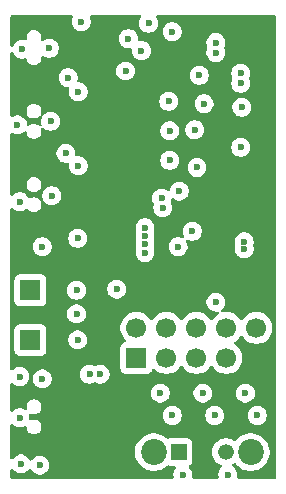
<source format=gbr>
%TF.GenerationSoftware,KiCad,Pcbnew,9.0.4*%
%TF.CreationDate,2025-09-28T00:50:50+02:00*%
%TF.ProjectId,BTM308-host-top,42544d33-3038-42d6-986f-73742d746f70,rev?*%
%TF.SameCoordinates,Original*%
%TF.FileFunction,Copper,L3,Inr*%
%TF.FilePolarity,Positive*%
%FSLAX46Y46*%
G04 Gerber Fmt 4.6, Leading zero omitted, Abs format (unit mm)*
G04 Created by KiCad (PCBNEW 9.0.4) date 2025-09-28 00:50:50*
%MOMM*%
%LPD*%
G01*
G04 APERTURE LIST*
%TA.AperFunction,ComponentPad*%
%ADD10R,1.700000X1.700000*%
%TD*%
%TA.AperFunction,ComponentPad*%
%ADD11C,1.700000*%
%TD*%
%TA.AperFunction,ComponentPad*%
%ADD12R,1.337000X1.337000*%
%TD*%
%TA.AperFunction,ComponentPad*%
%ADD13C,1.337000*%
%TD*%
%TA.AperFunction,ComponentPad*%
%ADD14C,2.190000*%
%TD*%
%TA.AperFunction,ViaPad*%
%ADD15C,0.600000*%
%TD*%
G04 APERTURE END LIST*
D10*
%TO.N,GND*%
%TO.C,J7*%
X116700000Y-79300000D03*
%TD*%
%TO.N,Net-(J6-Pin_1)*%
%TO.C,J6*%
X116700000Y-83500000D03*
%TD*%
%TO.N,AGND*%
%TO.C,J5*%
X125670000Y-85025000D03*
D11*
X125670000Y-82485000D03*
X128210000Y-85025000D03*
%TO.N,/SPK_AN*%
X128210000Y-82485000D03*
%TO.N,GND*%
X130750000Y-85025000D03*
%TO.N,/SPK_AP*%
X130750000Y-82485000D03*
%TO.N,/VCHG*%
X133290000Y-85025000D03*
%TO.N,/SPK_BP*%
X133290000Y-82485000D03*
%TO.N,/VBAT*%
X135830000Y-85025000D03*
%TO.N,/SPK_BN*%
X135830000Y-82485000D03*
%TD*%
D12*
%TO.N,/MFB*%
%TO.C,SW4*%
X129250000Y-93000000D03*
D13*
%TO.N,/VBAT*%
X131250000Y-93000000D03*
%TO.N,N/C*%
X133250000Y-93000000D03*
D14*
X127150000Y-93000000D03*
X135350000Y-93000000D03*
%TD*%
D15*
%TO.N,GND*%
X118400000Y-65000000D03*
X127700000Y-88000000D03*
X120600000Y-79300000D03*
X130600000Y-65700000D03*
X115600000Y-65300000D03*
X131000000Y-61100000D03*
X128400000Y-63300000D03*
X115800000Y-90100000D03*
X134800000Y-75200000D03*
X130800000Y-68900000D03*
X128700000Y-57400000D03*
X117700000Y-75600000D03*
X119700000Y-67700000D03*
X117700000Y-86800000D03*
X128500000Y-65800000D03*
X115800000Y-86600000D03*
X118300000Y-58800000D03*
X134600000Y-63800000D03*
X120700000Y-83500000D03*
X120600000Y-81300000D03*
X134800000Y-75800000D03*
X134500000Y-67200000D03*
X115900000Y-94000000D03*
X118500000Y-71300000D03*
X129200000Y-75600000D03*
X130400000Y-74300000D03*
X126700000Y-56700000D03*
X129600000Y-94900000D03*
X131300000Y-88000000D03*
X119900000Y-61300000D03*
X132400000Y-80300000D03*
X131400000Y-63500000D03*
X120700000Y-74900000D03*
X128700000Y-89900000D03*
X128500000Y-68300000D03*
X133400000Y-94900000D03*
X134900000Y-88000000D03*
X116000000Y-58900000D03*
X115800000Y-71800000D03*
X132300000Y-89900000D03*
X135900000Y-89900000D03*
X124000000Y-79200000D03*
X117500000Y-94100000D03*
%TO.N,/MFB*%
X129300000Y-70900000D03*
%TO.N,/SPK_AN*%
X132400000Y-59175000D03*
%TO.N,Net-(U1-PIO8)*%
X125000000Y-58000000D03*
X120750000Y-62500000D03*
%TO.N,/LED2*%
X121700000Y-86400000D03*
X127800000Y-71500000D03*
%TO.N,Net-(U1-PIO1)*%
X126100000Y-59000000D03*
X120750000Y-68750000D03*
%TO.N,/VBAT*%
X118600000Y-90800000D03*
X124900000Y-94500000D03*
X119400000Y-94400000D03*
X134700000Y-73000000D03*
X134800000Y-73900000D03*
%TO.N,/SPK_AP*%
X132400000Y-58325000D03*
%TO.N,Net-(U1-PIO0)*%
X121000000Y-56550000D03*
X124750000Y-60731671D03*
%TO.N,/SPK_BP*%
X134506472Y-60925000D03*
%TO.N,/LED0*%
X127900000Y-72293726D03*
X122600000Y-86400000D03*
%TO.N,/SPK_BN*%
X134506472Y-61775000D03*
%TO.N,AGND*%
X126400000Y-75400000D03*
X126400000Y-76100000D03*
X126400000Y-74700000D03*
X126400000Y-74000000D03*
%TD*%
%TA.AperFunction,Conductor*%
%TO.N,/VBAT*%
G36*
X120242822Y-56019685D02*
G01*
X120288577Y-56072489D01*
X120298521Y-56141647D01*
X120290344Y-56171452D01*
X120230264Y-56316498D01*
X120230261Y-56316510D01*
X120199500Y-56471153D01*
X120199500Y-56628846D01*
X120230261Y-56783489D01*
X120230264Y-56783501D01*
X120290602Y-56929172D01*
X120290609Y-56929185D01*
X120378210Y-57060288D01*
X120378213Y-57060292D01*
X120489707Y-57171786D01*
X120489711Y-57171789D01*
X120620814Y-57259390D01*
X120620827Y-57259397D01*
X120766498Y-57319735D01*
X120766503Y-57319737D01*
X120896962Y-57345687D01*
X120921153Y-57350499D01*
X120921156Y-57350500D01*
X120921158Y-57350500D01*
X121078844Y-57350500D01*
X121078845Y-57350499D01*
X121233497Y-57319737D01*
X121379179Y-57259394D01*
X121510289Y-57171789D01*
X121621789Y-57060289D01*
X121709394Y-56929179D01*
X121769737Y-56783497D01*
X121800500Y-56628842D01*
X121800500Y-56471158D01*
X121800500Y-56471155D01*
X121800499Y-56471153D01*
X121770596Y-56320821D01*
X121769737Y-56316503D01*
X121718536Y-56192891D01*
X121709656Y-56171452D01*
X121702187Y-56101983D01*
X121733462Y-56039504D01*
X121793552Y-56003852D01*
X121824217Y-56000000D01*
X125972984Y-56000000D01*
X126040023Y-56019685D01*
X126085778Y-56072489D01*
X126095722Y-56141647D01*
X126076086Y-56192891D01*
X125990609Y-56320814D01*
X125990602Y-56320827D01*
X125930264Y-56466498D01*
X125930261Y-56466510D01*
X125899500Y-56621153D01*
X125899500Y-56778846D01*
X125930261Y-56933489D01*
X125930264Y-56933501D01*
X125990602Y-57079172D01*
X125990609Y-57079185D01*
X126078210Y-57210288D01*
X126078213Y-57210292D01*
X126189707Y-57321786D01*
X126189711Y-57321789D01*
X126320814Y-57409390D01*
X126320827Y-57409397D01*
X126466498Y-57469735D01*
X126466503Y-57469737D01*
X126621153Y-57500499D01*
X126621156Y-57500500D01*
X126621158Y-57500500D01*
X126778844Y-57500500D01*
X126778845Y-57500499D01*
X126933497Y-57469737D01*
X127046166Y-57423067D01*
X127079172Y-57409397D01*
X127079172Y-57409396D01*
X127079179Y-57409394D01*
X127210289Y-57321789D01*
X127210925Y-57321153D01*
X127899500Y-57321153D01*
X127899500Y-57478846D01*
X127930261Y-57633489D01*
X127930264Y-57633501D01*
X127990602Y-57779172D01*
X127990609Y-57779185D01*
X128078210Y-57910288D01*
X128078213Y-57910292D01*
X128189707Y-58021786D01*
X128189711Y-58021789D01*
X128320814Y-58109390D01*
X128320827Y-58109397D01*
X128454997Y-58164971D01*
X128466503Y-58169737D01*
X128581005Y-58192513D01*
X128621153Y-58200499D01*
X128621156Y-58200500D01*
X128621158Y-58200500D01*
X128778844Y-58200500D01*
X128778845Y-58200499D01*
X128933497Y-58169737D01*
X129023606Y-58132413D01*
X129040284Y-58125505D01*
X129079173Y-58109397D01*
X129079176Y-58109395D01*
X129079179Y-58109394D01*
X129210289Y-58021789D01*
X129321789Y-57910289D01*
X129409394Y-57779179D01*
X129469737Y-57633497D01*
X129500500Y-57478842D01*
X129500500Y-57321158D01*
X129500500Y-57321155D01*
X129500499Y-57321153D01*
X129478447Y-57210292D01*
X129469737Y-57166503D01*
X129433569Y-57079185D01*
X129409397Y-57020827D01*
X129409390Y-57020814D01*
X129321789Y-56889711D01*
X129321786Y-56889707D01*
X129210292Y-56778213D01*
X129210288Y-56778210D01*
X129079185Y-56690609D01*
X129079172Y-56690602D01*
X128933501Y-56630264D01*
X128933489Y-56630261D01*
X128778845Y-56599500D01*
X128778842Y-56599500D01*
X128621158Y-56599500D01*
X128621155Y-56599500D01*
X128466510Y-56630261D01*
X128466498Y-56630264D01*
X128320827Y-56690602D01*
X128320814Y-56690609D01*
X128189711Y-56778210D01*
X128189707Y-56778213D01*
X128078213Y-56889707D01*
X128078210Y-56889711D01*
X127990609Y-57020814D01*
X127990602Y-57020827D01*
X127930264Y-57166498D01*
X127930261Y-57166510D01*
X127899500Y-57321153D01*
X127210925Y-57321153D01*
X127241476Y-57290602D01*
X127304694Y-57227385D01*
X127321786Y-57210292D01*
X127321789Y-57210289D01*
X127409394Y-57079179D01*
X127469737Y-56933497D01*
X127500500Y-56778842D01*
X127500500Y-56621158D01*
X127500500Y-56621155D01*
X127500499Y-56621153D01*
X127469738Y-56466510D01*
X127469737Y-56466503D01*
X127469735Y-56466498D01*
X127409397Y-56320827D01*
X127409390Y-56320814D01*
X127323914Y-56192891D01*
X127303036Y-56126214D01*
X127321520Y-56058833D01*
X127373499Y-56012143D01*
X127427016Y-56000000D01*
X137376000Y-56000000D01*
X137443039Y-56019685D01*
X137488794Y-56072489D01*
X137500000Y-56124000D01*
X137500000Y-95126000D01*
X137480315Y-95193039D01*
X137427511Y-95238794D01*
X137376000Y-95250000D01*
X134297658Y-95250000D01*
X134230619Y-95230315D01*
X134184864Y-95177511D01*
X134174920Y-95108353D01*
X134176041Y-95101809D01*
X134200499Y-94978846D01*
X134200500Y-94978844D01*
X134200500Y-94821155D01*
X134200499Y-94821153D01*
X134180734Y-94721789D01*
X134169737Y-94666503D01*
X134140327Y-94595500D01*
X134109397Y-94520827D01*
X134109390Y-94520814D01*
X134021789Y-94389711D01*
X134021786Y-94389707D01*
X133910292Y-94278213D01*
X133910288Y-94278210D01*
X133829219Y-94224041D01*
X133807932Y-94198570D01*
X133785921Y-94173755D01*
X133785629Y-94171883D01*
X133784414Y-94170429D01*
X133780277Y-94137494D01*
X133775176Y-94104716D01*
X133775943Y-94102983D01*
X133775707Y-94101104D01*
X133790024Y-94071178D01*
X133803462Y-94040828D01*
X133805206Y-94039446D01*
X133805862Y-94038076D01*
X133829865Y-94017408D01*
X133835638Y-94013602D01*
X133862690Y-93999819D01*
X133922775Y-93956164D01*
X133925124Y-93954616D01*
X133955944Y-93945176D01*
X133986289Y-93934349D01*
X133989135Y-93935011D01*
X133991931Y-93934155D01*
X134022956Y-93942875D01*
X134054343Y-93950174D01*
X134056837Y-93952398D01*
X134059194Y-93953061D01*
X134065302Y-93959947D01*
X134093685Y-93985259D01*
X134133020Y-94039399D01*
X134133022Y-94039401D01*
X134310606Y-94216985D01*
X134500722Y-94355109D01*
X134513776Y-94364594D01*
X134649600Y-94433800D01*
X134737535Y-94478606D01*
X134737537Y-94478606D01*
X134737540Y-94478608D01*
X134835044Y-94510289D01*
X134976385Y-94556214D01*
X135224426Y-94595500D01*
X135224431Y-94595500D01*
X135475574Y-94595500D01*
X135723614Y-94556214D01*
X135962460Y-94478608D01*
X136186224Y-94364594D01*
X136355668Y-94241487D01*
X136389393Y-94216985D01*
X136389395Y-94216982D01*
X136389399Y-94216980D01*
X136566980Y-94039399D01*
X136566982Y-94039395D01*
X136566985Y-94039393D01*
X136643303Y-93934349D01*
X136714594Y-93836224D01*
X136828608Y-93612460D01*
X136906214Y-93373614D01*
X136913080Y-93330261D01*
X136945500Y-93125574D01*
X136945500Y-92874425D01*
X136906214Y-92626385D01*
X136828606Y-92387535D01*
X136775659Y-92283623D01*
X136714594Y-92163776D01*
X136680262Y-92116521D01*
X136566985Y-91960606D01*
X136389393Y-91783014D01*
X136186227Y-91635408D01*
X136186226Y-91635407D01*
X136186224Y-91635406D01*
X136116347Y-91599801D01*
X135962464Y-91521393D01*
X135723614Y-91443785D01*
X135475574Y-91404500D01*
X135475569Y-91404500D01*
X135224431Y-91404500D01*
X135224426Y-91404500D01*
X134976385Y-91443785D01*
X134737535Y-91521393D01*
X134513772Y-91635408D01*
X134310606Y-91783014D01*
X134133022Y-91960598D01*
X134133019Y-91960602D01*
X134093685Y-92014739D01*
X134038354Y-92057404D01*
X133968740Y-92063382D01*
X133920483Y-92042170D01*
X133862690Y-92000181D01*
X133698740Y-91916645D01*
X133523742Y-91859784D01*
X133523740Y-91859783D01*
X133523739Y-91859783D01*
X133342006Y-91831000D01*
X133342002Y-91831000D01*
X133157998Y-91831000D01*
X133157994Y-91831000D01*
X132976261Y-91859783D01*
X132801257Y-91916646D01*
X132637309Y-92000181D01*
X132488445Y-92108338D01*
X132358338Y-92238445D01*
X132250181Y-92387309D01*
X132166646Y-92551257D01*
X132109783Y-92726261D01*
X132081000Y-92907993D01*
X132081000Y-93092006D01*
X132102898Y-93230264D01*
X132109784Y-93273742D01*
X132166645Y-93448740D01*
X132250181Y-93612690D01*
X132358337Y-93761553D01*
X132488447Y-93891663D01*
X132637310Y-93999819D01*
X132801260Y-94083355D01*
X132822644Y-94090303D01*
X132880317Y-94129738D01*
X132907517Y-94194096D01*
X132895603Y-94262943D01*
X132872007Y-94295914D01*
X132778210Y-94389711D01*
X132690609Y-94520814D01*
X132690602Y-94520827D01*
X132630264Y-94666498D01*
X132630261Y-94666510D01*
X132599500Y-94821153D01*
X132599500Y-94978846D01*
X132623959Y-95101809D01*
X132617732Y-95171400D01*
X132574869Y-95226578D01*
X132508979Y-95249822D01*
X132502342Y-95250000D01*
X130497658Y-95250000D01*
X130430619Y-95230315D01*
X130384864Y-95177511D01*
X130374920Y-95108353D01*
X130376041Y-95101809D01*
X130400499Y-94978846D01*
X130400500Y-94978844D01*
X130400500Y-94821155D01*
X130400499Y-94821153D01*
X130380734Y-94721789D01*
X130369737Y-94666503D01*
X130340327Y-94595500D01*
X130309397Y-94520827D01*
X130309390Y-94520814D01*
X130221789Y-94389711D01*
X130221786Y-94389707D01*
X130137952Y-94305873D01*
X130104467Y-94244550D01*
X130109451Y-94174858D01*
X130151323Y-94118925D01*
X130155932Y-94115964D01*
X130221931Y-94066555D01*
X130276046Y-94026046D01*
X130362296Y-93910831D01*
X130412591Y-93775983D01*
X130419000Y-93716373D01*
X130418999Y-92283628D01*
X130412591Y-92224017D01*
X130362296Y-92089169D01*
X130362295Y-92089168D01*
X130362293Y-92089164D01*
X130276047Y-91973955D01*
X130276044Y-91973952D01*
X130160835Y-91887706D01*
X130160828Y-91887702D01*
X130025982Y-91837408D01*
X130025983Y-91837408D01*
X129966383Y-91831001D01*
X129966381Y-91831000D01*
X129966373Y-91831000D01*
X129966364Y-91831000D01*
X128533629Y-91831000D01*
X128533623Y-91831001D01*
X128474015Y-91837409D01*
X128380994Y-91872103D01*
X128311303Y-91877087D01*
X128249981Y-91843602D01*
X128189393Y-91783014D01*
X127986227Y-91635408D01*
X127986226Y-91635407D01*
X127986224Y-91635406D01*
X127916347Y-91599801D01*
X127762464Y-91521393D01*
X127523614Y-91443785D01*
X127275574Y-91404500D01*
X127275569Y-91404500D01*
X127024431Y-91404500D01*
X127024426Y-91404500D01*
X126776385Y-91443785D01*
X126537535Y-91521393D01*
X126313772Y-91635408D01*
X126110606Y-91783014D01*
X125933014Y-91960606D01*
X125785408Y-92163772D01*
X125671393Y-92387535D01*
X125593785Y-92626385D01*
X125554500Y-92874425D01*
X125554500Y-93125574D01*
X125593785Y-93373614D01*
X125671393Y-93612464D01*
X125785408Y-93836227D01*
X125933014Y-94039393D01*
X126110606Y-94216985D01*
X126300722Y-94355109D01*
X126313776Y-94364594D01*
X126449600Y-94433800D01*
X126537535Y-94478606D01*
X126537537Y-94478606D01*
X126537540Y-94478608D01*
X126635044Y-94510289D01*
X126776385Y-94556214D01*
X127024426Y-94595500D01*
X127024431Y-94595500D01*
X127275574Y-94595500D01*
X127523614Y-94556214D01*
X127762460Y-94478608D01*
X127986224Y-94364594D01*
X128189399Y-94216980D01*
X128249983Y-94156395D01*
X128311303Y-94122912D01*
X128380994Y-94127895D01*
X128474017Y-94162591D01*
X128533627Y-94169000D01*
X128899560Y-94168999D01*
X128966598Y-94188683D01*
X129012353Y-94241487D01*
X129022297Y-94310646D01*
X128993272Y-94374201D01*
X128987244Y-94380677D01*
X128978210Y-94389710D01*
X128978210Y-94389711D01*
X128890609Y-94520814D01*
X128890602Y-94520827D01*
X128830264Y-94666498D01*
X128830261Y-94666510D01*
X128799500Y-94821153D01*
X128799500Y-94978846D01*
X128823959Y-95101809D01*
X128817732Y-95171400D01*
X128774869Y-95226578D01*
X128708979Y-95249822D01*
X128702342Y-95250000D01*
X115124000Y-95250000D01*
X115056961Y-95230315D01*
X115011206Y-95177511D01*
X115000000Y-95126000D01*
X115000000Y-94502690D01*
X115019685Y-94435651D01*
X115072489Y-94389896D01*
X115141647Y-94379952D01*
X115205203Y-94408977D01*
X115227102Y-94433800D01*
X115278207Y-94510284D01*
X115278213Y-94510292D01*
X115389707Y-94621786D01*
X115389711Y-94621789D01*
X115520814Y-94709390D01*
X115520827Y-94709397D01*
X115666498Y-94769735D01*
X115666503Y-94769737D01*
X115821153Y-94800499D01*
X115821156Y-94800500D01*
X115821158Y-94800500D01*
X115978844Y-94800500D01*
X115978845Y-94800499D01*
X116133497Y-94769737D01*
X116279179Y-94709394D01*
X116410289Y-94621789D01*
X116521789Y-94510289D01*
X116566804Y-94442919D01*
X116620414Y-94398116D01*
X116689739Y-94389408D01*
X116752767Y-94419562D01*
X116784465Y-94464355D01*
X116790604Y-94479176D01*
X116790609Y-94479185D01*
X116878210Y-94610288D01*
X116878213Y-94610292D01*
X116989707Y-94721786D01*
X116989711Y-94721789D01*
X117120814Y-94809390D01*
X117120827Y-94809397D01*
X117266498Y-94869735D01*
X117266503Y-94869737D01*
X117421153Y-94900499D01*
X117421156Y-94900500D01*
X117421158Y-94900500D01*
X117578844Y-94900500D01*
X117578845Y-94900499D01*
X117733497Y-94869737D01*
X117879179Y-94809394D01*
X118010289Y-94721789D01*
X118121789Y-94610289D01*
X118209394Y-94479179D01*
X118269737Y-94333497D01*
X118300500Y-94178842D01*
X118300500Y-94021158D01*
X118300500Y-94021155D01*
X118300499Y-94021153D01*
X118296255Y-93999818D01*
X118269737Y-93866503D01*
X118269735Y-93866498D01*
X118209397Y-93720827D01*
X118209390Y-93720814D01*
X118121789Y-93589711D01*
X118121786Y-93589707D01*
X118010292Y-93478213D01*
X118010288Y-93478210D01*
X117879185Y-93390609D01*
X117879172Y-93390602D01*
X117733501Y-93330264D01*
X117733489Y-93330261D01*
X117578845Y-93299500D01*
X117578842Y-93299500D01*
X117421158Y-93299500D01*
X117421155Y-93299500D01*
X117266510Y-93330261D01*
X117266498Y-93330264D01*
X117120827Y-93390602D01*
X117120814Y-93390609D01*
X116989711Y-93478210D01*
X116989707Y-93478213D01*
X116878213Y-93589707D01*
X116833196Y-93657080D01*
X116779583Y-93701884D01*
X116710258Y-93710591D01*
X116647231Y-93680436D01*
X116615533Y-93635642D01*
X116609394Y-93620821D01*
X116609392Y-93620818D01*
X116609390Y-93620814D01*
X116521789Y-93489711D01*
X116521786Y-93489707D01*
X116410292Y-93378213D01*
X116410288Y-93378210D01*
X116279185Y-93290609D01*
X116279172Y-93290602D01*
X116133501Y-93230264D01*
X116133489Y-93230261D01*
X115978845Y-93199500D01*
X115978842Y-93199500D01*
X115821158Y-93199500D01*
X115821155Y-93199500D01*
X115666510Y-93230261D01*
X115666498Y-93230264D01*
X115520827Y-93290602D01*
X115520814Y-93290609D01*
X115389711Y-93378210D01*
X115389707Y-93378213D01*
X115278213Y-93489707D01*
X115278210Y-93489711D01*
X115227102Y-93566200D01*
X115173490Y-93611005D01*
X115104165Y-93619712D01*
X115041137Y-93589557D01*
X115004418Y-93530114D01*
X115000000Y-93497309D01*
X115000000Y-90731441D01*
X115019685Y-90664402D01*
X115072489Y-90618647D01*
X115141647Y-90608703D01*
X115205203Y-90637728D01*
X115211681Y-90643760D01*
X115289707Y-90721786D01*
X115289711Y-90721789D01*
X115420814Y-90809390D01*
X115420827Y-90809397D01*
X115566498Y-90869735D01*
X115566503Y-90869737D01*
X115721153Y-90900499D01*
X115721156Y-90900500D01*
X115721158Y-90900500D01*
X115878844Y-90900500D01*
X115878845Y-90900499D01*
X116033497Y-90869737D01*
X116179179Y-90809394D01*
X116181600Y-90807775D01*
X116183063Y-90807317D01*
X116184554Y-90806521D01*
X116184704Y-90806803D01*
X116248275Y-90786892D01*
X116315657Y-90805371D01*
X116362352Y-90857345D01*
X116374500Y-90910872D01*
X116374500Y-90929110D01*
X116398535Y-91049944D01*
X116398538Y-91049954D01*
X116445687Y-91163783D01*
X116445692Y-91163792D01*
X116514141Y-91266232D01*
X116514144Y-91266236D01*
X116601263Y-91353355D01*
X116601267Y-91353358D01*
X116703707Y-91421807D01*
X116703713Y-91421810D01*
X116703714Y-91421811D01*
X116817548Y-91468963D01*
X116938389Y-91492999D01*
X116938393Y-91493000D01*
X116938394Y-91493000D01*
X117061607Y-91493000D01*
X117061608Y-91492999D01*
X117182452Y-91468963D01*
X117296286Y-91421811D01*
X117398733Y-91353358D01*
X117485858Y-91266233D01*
X117554311Y-91163786D01*
X117601463Y-91049952D01*
X117625500Y-90929106D01*
X117625500Y-90805894D01*
X117601463Y-90685048D01*
X117554311Y-90571214D01*
X117554310Y-90571213D01*
X117554307Y-90571207D01*
X117485858Y-90468767D01*
X117485855Y-90468763D01*
X117398736Y-90381644D01*
X117398732Y-90381641D01*
X117296292Y-90313192D01*
X117296283Y-90313187D01*
X117203477Y-90274746D01*
X117182452Y-90266037D01*
X117182448Y-90266036D01*
X117182444Y-90266035D01*
X117061610Y-90242000D01*
X117061606Y-90242000D01*
X116938394Y-90242000D01*
X116938389Y-90242000D01*
X116817555Y-90266035D01*
X116817541Y-90266039D01*
X116771952Y-90284923D01*
X116702483Y-90292392D01*
X116640004Y-90261117D01*
X116604352Y-90201027D01*
X116600500Y-90170362D01*
X116600500Y-90021155D01*
X116600499Y-90021153D01*
X116571601Y-89875871D01*
X116576497Y-89821153D01*
X127899500Y-89821153D01*
X127899500Y-89978846D01*
X127930261Y-90133489D01*
X127930264Y-90133501D01*
X127990602Y-90279172D01*
X127990609Y-90279185D01*
X128078210Y-90410288D01*
X128078213Y-90410292D01*
X128189707Y-90521786D01*
X128189711Y-90521789D01*
X128320814Y-90609390D01*
X128320827Y-90609397D01*
X128403788Y-90643760D01*
X128466503Y-90669737D01*
X128621153Y-90700499D01*
X128621156Y-90700500D01*
X128621158Y-90700500D01*
X128778844Y-90700500D01*
X128778845Y-90700499D01*
X128933497Y-90669737D01*
X129079179Y-90609394D01*
X129210289Y-90521789D01*
X129321789Y-90410289D01*
X129409394Y-90279179D01*
X129416876Y-90261117D01*
X129441765Y-90201027D01*
X129469737Y-90133497D01*
X129500500Y-89978842D01*
X129500500Y-89821158D01*
X129500500Y-89821155D01*
X129500499Y-89821153D01*
X131499500Y-89821153D01*
X131499500Y-89978846D01*
X131530261Y-90133489D01*
X131530264Y-90133501D01*
X131590602Y-90279172D01*
X131590609Y-90279185D01*
X131678210Y-90410288D01*
X131678213Y-90410292D01*
X131789707Y-90521786D01*
X131789711Y-90521789D01*
X131920814Y-90609390D01*
X131920827Y-90609397D01*
X132003788Y-90643760D01*
X132066503Y-90669737D01*
X132221153Y-90700499D01*
X132221156Y-90700500D01*
X132221158Y-90700500D01*
X132378844Y-90700500D01*
X132378845Y-90700499D01*
X132533497Y-90669737D01*
X132679179Y-90609394D01*
X132810289Y-90521789D01*
X132921789Y-90410289D01*
X133009394Y-90279179D01*
X133016876Y-90261117D01*
X133041765Y-90201027D01*
X133069737Y-90133497D01*
X133100500Y-89978842D01*
X133100500Y-89821158D01*
X133100500Y-89821155D01*
X133100499Y-89821153D01*
X135099500Y-89821153D01*
X135099500Y-89978846D01*
X135130261Y-90133489D01*
X135130264Y-90133501D01*
X135190602Y-90279172D01*
X135190609Y-90279185D01*
X135278210Y-90410288D01*
X135278213Y-90410292D01*
X135389707Y-90521786D01*
X135389711Y-90521789D01*
X135520814Y-90609390D01*
X135520827Y-90609397D01*
X135603788Y-90643760D01*
X135666503Y-90669737D01*
X135821153Y-90700499D01*
X135821156Y-90700500D01*
X135821158Y-90700500D01*
X135978844Y-90700500D01*
X135978845Y-90700499D01*
X136133497Y-90669737D01*
X136279179Y-90609394D01*
X136410289Y-90521789D01*
X136521789Y-90410289D01*
X136609394Y-90279179D01*
X136616876Y-90261117D01*
X136641765Y-90201027D01*
X136669737Y-90133497D01*
X136700500Y-89978842D01*
X136700500Y-89821158D01*
X136700500Y-89821155D01*
X136700499Y-89821153D01*
X136681941Y-89727858D01*
X136669737Y-89666503D01*
X136637929Y-89589711D01*
X136609397Y-89520827D01*
X136609390Y-89520814D01*
X136521789Y-89389711D01*
X136521786Y-89389707D01*
X136410292Y-89278213D01*
X136410288Y-89278210D01*
X136279185Y-89190609D01*
X136279172Y-89190602D01*
X136133501Y-89130264D01*
X136133489Y-89130261D01*
X135978845Y-89099500D01*
X135978842Y-89099500D01*
X135821158Y-89099500D01*
X135821155Y-89099500D01*
X135666510Y-89130261D01*
X135666498Y-89130264D01*
X135520827Y-89190602D01*
X135520814Y-89190609D01*
X135389711Y-89278210D01*
X135389707Y-89278213D01*
X135278213Y-89389707D01*
X135278210Y-89389711D01*
X135190609Y-89520814D01*
X135190602Y-89520827D01*
X135130264Y-89666498D01*
X135130261Y-89666510D01*
X135099500Y-89821153D01*
X133100499Y-89821153D01*
X133081941Y-89727858D01*
X133069737Y-89666503D01*
X133037929Y-89589711D01*
X133009397Y-89520827D01*
X133009390Y-89520814D01*
X132921789Y-89389711D01*
X132921786Y-89389707D01*
X132810292Y-89278213D01*
X132810288Y-89278210D01*
X132679185Y-89190609D01*
X132679172Y-89190602D01*
X132533501Y-89130264D01*
X132533489Y-89130261D01*
X132378845Y-89099500D01*
X132378842Y-89099500D01*
X132221158Y-89099500D01*
X132221155Y-89099500D01*
X132066510Y-89130261D01*
X132066498Y-89130264D01*
X131920827Y-89190602D01*
X131920814Y-89190609D01*
X131789711Y-89278210D01*
X131789707Y-89278213D01*
X131678213Y-89389707D01*
X131678210Y-89389711D01*
X131590609Y-89520814D01*
X131590602Y-89520827D01*
X131530264Y-89666498D01*
X131530261Y-89666510D01*
X131499500Y-89821153D01*
X129500499Y-89821153D01*
X129481941Y-89727858D01*
X129469737Y-89666503D01*
X129437929Y-89589711D01*
X129409397Y-89520827D01*
X129409390Y-89520814D01*
X129321789Y-89389711D01*
X129321786Y-89389707D01*
X129210292Y-89278213D01*
X129210288Y-89278210D01*
X129079185Y-89190609D01*
X129079172Y-89190602D01*
X128933501Y-89130264D01*
X128933489Y-89130261D01*
X128778845Y-89099500D01*
X128778842Y-89099500D01*
X128621158Y-89099500D01*
X128621155Y-89099500D01*
X128466510Y-89130261D01*
X128466498Y-89130264D01*
X128320827Y-89190602D01*
X128320814Y-89190609D01*
X128189711Y-89278210D01*
X128189707Y-89278213D01*
X128078213Y-89389707D01*
X128078210Y-89389711D01*
X127990609Y-89520814D01*
X127990602Y-89520827D01*
X127930264Y-89666498D01*
X127930261Y-89666510D01*
X127899500Y-89821153D01*
X116576497Y-89821153D01*
X116577828Y-89806280D01*
X116620691Y-89751102D01*
X116686581Y-89727858D01*
X116740670Y-89737118D01*
X116817548Y-89768963D01*
X116938389Y-89792999D01*
X116938393Y-89793000D01*
X116938394Y-89793000D01*
X117061607Y-89793000D01*
X117061608Y-89792999D01*
X117182452Y-89768963D01*
X117296286Y-89721811D01*
X117297768Y-89720821D01*
X117311024Y-89711964D01*
X117353643Y-89683485D01*
X117398733Y-89653358D01*
X117485858Y-89566233D01*
X117554311Y-89463786D01*
X117601463Y-89349952D01*
X117625500Y-89229106D01*
X117625500Y-89105894D01*
X117601463Y-88985048D01*
X117554311Y-88871214D01*
X117554310Y-88871213D01*
X117554307Y-88871207D01*
X117485858Y-88768767D01*
X117485855Y-88768763D01*
X117398736Y-88681644D01*
X117398732Y-88681641D01*
X117296292Y-88613192D01*
X117296283Y-88613187D01*
X117182454Y-88566038D01*
X117182455Y-88566038D01*
X117182452Y-88566037D01*
X117182448Y-88566036D01*
X117182444Y-88566035D01*
X117061610Y-88542000D01*
X117061606Y-88542000D01*
X116938394Y-88542000D01*
X116938389Y-88542000D01*
X116817555Y-88566035D01*
X116817545Y-88566038D01*
X116703716Y-88613187D01*
X116703707Y-88613192D01*
X116601267Y-88681641D01*
X116601263Y-88681644D01*
X116514144Y-88768763D01*
X116514141Y-88768767D01*
X116445692Y-88871207D01*
X116445687Y-88871216D01*
X116398538Y-88985045D01*
X116398535Y-88985055D01*
X116374500Y-89105889D01*
X116374500Y-89229106D01*
X116383084Y-89272265D01*
X116376855Y-89341857D01*
X116333991Y-89397033D01*
X116268101Y-89420276D01*
X116200104Y-89404207D01*
X116192576Y-89399557D01*
X116179183Y-89390608D01*
X116179172Y-89390602D01*
X116033501Y-89330264D01*
X116033489Y-89330261D01*
X115878845Y-89299500D01*
X115878842Y-89299500D01*
X115721158Y-89299500D01*
X115721155Y-89299500D01*
X115566510Y-89330261D01*
X115566498Y-89330264D01*
X115420827Y-89390602D01*
X115420814Y-89390609D01*
X115289711Y-89478210D01*
X115289707Y-89478213D01*
X115211681Y-89556240D01*
X115150358Y-89589725D01*
X115080666Y-89584741D01*
X115024733Y-89542869D01*
X115000316Y-89477405D01*
X115000000Y-89468559D01*
X115000000Y-87921153D01*
X126899500Y-87921153D01*
X126899500Y-88078846D01*
X126930261Y-88233489D01*
X126930264Y-88233501D01*
X126990602Y-88379172D01*
X126990609Y-88379185D01*
X127078210Y-88510288D01*
X127078213Y-88510292D01*
X127189707Y-88621786D01*
X127189711Y-88621789D01*
X127320814Y-88709390D01*
X127320827Y-88709397D01*
X127464161Y-88768767D01*
X127466503Y-88769737D01*
X127621153Y-88800499D01*
X127621156Y-88800500D01*
X127621158Y-88800500D01*
X127778844Y-88800500D01*
X127778845Y-88800499D01*
X127933497Y-88769737D01*
X128079179Y-88709394D01*
X128210289Y-88621789D01*
X128321789Y-88510289D01*
X128409394Y-88379179D01*
X128469737Y-88233497D01*
X128500500Y-88078842D01*
X128500500Y-87921158D01*
X128500500Y-87921155D01*
X128500499Y-87921153D01*
X130499500Y-87921153D01*
X130499500Y-88078846D01*
X130530261Y-88233489D01*
X130530264Y-88233501D01*
X130590602Y-88379172D01*
X130590609Y-88379185D01*
X130678210Y-88510288D01*
X130678213Y-88510292D01*
X130789707Y-88621786D01*
X130789711Y-88621789D01*
X130920814Y-88709390D01*
X130920827Y-88709397D01*
X131064161Y-88768767D01*
X131066503Y-88769737D01*
X131221153Y-88800499D01*
X131221156Y-88800500D01*
X131221158Y-88800500D01*
X131378844Y-88800500D01*
X131378845Y-88800499D01*
X131533497Y-88769737D01*
X131679179Y-88709394D01*
X131810289Y-88621789D01*
X131921789Y-88510289D01*
X132009394Y-88379179D01*
X132069737Y-88233497D01*
X132100500Y-88078842D01*
X132100500Y-87921158D01*
X132100500Y-87921155D01*
X132100499Y-87921153D01*
X134099500Y-87921153D01*
X134099500Y-88078846D01*
X134130261Y-88233489D01*
X134130264Y-88233501D01*
X134190602Y-88379172D01*
X134190609Y-88379185D01*
X134278210Y-88510288D01*
X134278213Y-88510292D01*
X134389707Y-88621786D01*
X134389711Y-88621789D01*
X134520814Y-88709390D01*
X134520827Y-88709397D01*
X134664161Y-88768767D01*
X134666503Y-88769737D01*
X134821153Y-88800499D01*
X134821156Y-88800500D01*
X134821158Y-88800500D01*
X134978844Y-88800500D01*
X134978845Y-88800499D01*
X135133497Y-88769737D01*
X135279179Y-88709394D01*
X135410289Y-88621789D01*
X135521789Y-88510289D01*
X135609394Y-88379179D01*
X135669737Y-88233497D01*
X135700500Y-88078842D01*
X135700500Y-87921158D01*
X135700500Y-87921155D01*
X135700499Y-87921153D01*
X135669738Y-87766510D01*
X135669737Y-87766503D01*
X135669735Y-87766498D01*
X135609397Y-87620827D01*
X135609390Y-87620814D01*
X135521789Y-87489711D01*
X135521786Y-87489707D01*
X135410292Y-87378213D01*
X135410288Y-87378210D01*
X135279185Y-87290609D01*
X135279172Y-87290602D01*
X135133501Y-87230264D01*
X135133489Y-87230261D01*
X134978845Y-87199500D01*
X134978842Y-87199500D01*
X134821158Y-87199500D01*
X134821155Y-87199500D01*
X134666510Y-87230261D01*
X134666498Y-87230264D01*
X134520827Y-87290602D01*
X134520814Y-87290609D01*
X134389711Y-87378210D01*
X134389707Y-87378213D01*
X134278213Y-87489707D01*
X134278210Y-87489711D01*
X134190609Y-87620814D01*
X134190602Y-87620827D01*
X134130264Y-87766498D01*
X134130261Y-87766510D01*
X134099500Y-87921153D01*
X132100499Y-87921153D01*
X132069738Y-87766510D01*
X132069737Y-87766503D01*
X132069735Y-87766498D01*
X132009397Y-87620827D01*
X132009390Y-87620814D01*
X131921789Y-87489711D01*
X131921786Y-87489707D01*
X131810292Y-87378213D01*
X131810288Y-87378210D01*
X131679185Y-87290609D01*
X131679172Y-87290602D01*
X131533501Y-87230264D01*
X131533489Y-87230261D01*
X131378845Y-87199500D01*
X131378842Y-87199500D01*
X131221158Y-87199500D01*
X131221155Y-87199500D01*
X131066510Y-87230261D01*
X131066498Y-87230264D01*
X130920827Y-87290602D01*
X130920814Y-87290609D01*
X130789711Y-87378210D01*
X130789707Y-87378213D01*
X130678213Y-87489707D01*
X130678210Y-87489711D01*
X130590609Y-87620814D01*
X130590602Y-87620827D01*
X130530264Y-87766498D01*
X130530261Y-87766510D01*
X130499500Y-87921153D01*
X128500499Y-87921153D01*
X128469738Y-87766510D01*
X128469737Y-87766503D01*
X128469735Y-87766498D01*
X128409397Y-87620827D01*
X128409390Y-87620814D01*
X128321789Y-87489711D01*
X128321786Y-87489707D01*
X128210292Y-87378213D01*
X128210288Y-87378210D01*
X128079185Y-87290609D01*
X128079172Y-87290602D01*
X127933501Y-87230264D01*
X127933489Y-87230261D01*
X127778845Y-87199500D01*
X127778842Y-87199500D01*
X127621158Y-87199500D01*
X127621155Y-87199500D01*
X127466510Y-87230261D01*
X127466498Y-87230264D01*
X127320827Y-87290602D01*
X127320814Y-87290609D01*
X127189711Y-87378210D01*
X127189707Y-87378213D01*
X127078213Y-87489707D01*
X127078210Y-87489711D01*
X126990609Y-87620814D01*
X126990602Y-87620827D01*
X126930264Y-87766498D01*
X126930261Y-87766510D01*
X126899500Y-87921153D01*
X115000000Y-87921153D01*
X115000000Y-87231441D01*
X115019685Y-87164402D01*
X115072489Y-87118647D01*
X115141647Y-87108703D01*
X115205203Y-87137728D01*
X115211681Y-87143760D01*
X115289707Y-87221786D01*
X115289711Y-87221789D01*
X115420814Y-87309390D01*
X115420827Y-87309397D01*
X115566498Y-87369735D01*
X115566503Y-87369737D01*
X115721153Y-87400499D01*
X115721156Y-87400500D01*
X115721158Y-87400500D01*
X115878844Y-87400500D01*
X115878845Y-87400499D01*
X116033497Y-87369737D01*
X116179179Y-87309394D01*
X116310289Y-87221789D01*
X116421789Y-87110289D01*
X116509394Y-86979179D01*
X116569737Y-86833497D01*
X116592083Y-86721158D01*
X116592084Y-86721153D01*
X116899500Y-86721153D01*
X116899500Y-86878846D01*
X116930261Y-87033489D01*
X116930264Y-87033501D01*
X116990602Y-87179172D01*
X116990609Y-87179185D01*
X117078210Y-87310288D01*
X117078213Y-87310292D01*
X117189707Y-87421786D01*
X117189711Y-87421789D01*
X117320814Y-87509390D01*
X117320827Y-87509397D01*
X117466498Y-87569735D01*
X117466503Y-87569737D01*
X117621153Y-87600499D01*
X117621156Y-87600500D01*
X117621158Y-87600500D01*
X117778844Y-87600500D01*
X117778845Y-87600499D01*
X117933497Y-87569737D01*
X118079179Y-87509394D01*
X118210289Y-87421789D01*
X118321789Y-87310289D01*
X118409394Y-87179179D01*
X118469737Y-87033497D01*
X118500500Y-86878842D01*
X118500500Y-86721158D01*
X118500500Y-86721155D01*
X118500499Y-86721153D01*
X118469738Y-86566510D01*
X118469737Y-86566503D01*
X118450955Y-86521158D01*
X118409397Y-86420827D01*
X118409390Y-86420814D01*
X118384763Y-86383957D01*
X118342798Y-86321153D01*
X120899500Y-86321153D01*
X120899500Y-86478846D01*
X120930261Y-86633489D01*
X120930264Y-86633501D01*
X120990602Y-86779172D01*
X120990609Y-86779185D01*
X121078210Y-86910288D01*
X121078213Y-86910292D01*
X121189707Y-87021786D01*
X121189711Y-87021789D01*
X121320814Y-87109390D01*
X121320827Y-87109397D01*
X121403788Y-87143760D01*
X121466503Y-87169737D01*
X121616131Y-87199500D01*
X121621153Y-87200499D01*
X121621156Y-87200500D01*
X121621158Y-87200500D01*
X121778844Y-87200500D01*
X121778845Y-87200499D01*
X121933497Y-87169737D01*
X122079179Y-87109394D01*
X122081110Y-87108103D01*
X122082276Y-87107737D01*
X122084546Y-87106525D01*
X122084776Y-87106955D01*
X122147786Y-87087226D01*
X122215166Y-87105710D01*
X122218850Y-87108077D01*
X122220821Y-87109394D01*
X122220824Y-87109395D01*
X122220827Y-87109397D01*
X122303788Y-87143760D01*
X122366503Y-87169737D01*
X122516131Y-87199500D01*
X122521153Y-87200499D01*
X122521156Y-87200500D01*
X122521158Y-87200500D01*
X122678844Y-87200500D01*
X122678845Y-87200499D01*
X122833497Y-87169737D01*
X122979179Y-87109394D01*
X123110289Y-87021789D01*
X123221789Y-86910289D01*
X123309394Y-86779179D01*
X123369737Y-86633497D01*
X123400500Y-86478842D01*
X123400500Y-86321158D01*
X123400500Y-86321155D01*
X123400499Y-86321153D01*
X123380543Y-86220827D01*
X123369737Y-86166503D01*
X123349371Y-86117335D01*
X123309397Y-86020827D01*
X123309390Y-86020814D01*
X123221789Y-85889711D01*
X123221786Y-85889707D01*
X123110292Y-85778213D01*
X123110288Y-85778210D01*
X122979185Y-85690609D01*
X122979172Y-85690602D01*
X122833501Y-85630264D01*
X122833489Y-85630261D01*
X122678845Y-85599500D01*
X122678842Y-85599500D01*
X122521158Y-85599500D01*
X122521155Y-85599500D01*
X122366510Y-85630261D01*
X122366498Y-85630264D01*
X122220822Y-85690604D01*
X122220820Y-85690605D01*
X122218885Y-85691899D01*
X122217717Y-85692264D01*
X122215451Y-85693476D01*
X122215221Y-85693045D01*
X122152206Y-85712773D01*
X122084827Y-85694285D01*
X122081115Y-85691899D01*
X122079179Y-85690605D01*
X122079177Y-85690604D01*
X121933501Y-85630264D01*
X121933489Y-85630261D01*
X121778845Y-85599500D01*
X121778842Y-85599500D01*
X121621158Y-85599500D01*
X121621155Y-85599500D01*
X121466510Y-85630261D01*
X121466498Y-85630264D01*
X121320827Y-85690602D01*
X121320814Y-85690609D01*
X121189711Y-85778210D01*
X121189707Y-85778213D01*
X121078213Y-85889707D01*
X121078210Y-85889711D01*
X120990609Y-86020814D01*
X120990602Y-86020827D01*
X120930264Y-86166498D01*
X120930261Y-86166510D01*
X120899500Y-86321153D01*
X118342798Y-86321153D01*
X118321789Y-86289711D01*
X118321786Y-86289707D01*
X118210292Y-86178213D01*
X118210288Y-86178210D01*
X118079185Y-86090609D01*
X118079172Y-86090602D01*
X117933501Y-86030264D01*
X117933489Y-86030261D01*
X117778845Y-85999500D01*
X117778842Y-85999500D01*
X117621158Y-85999500D01*
X117621155Y-85999500D01*
X117466510Y-86030261D01*
X117466498Y-86030264D01*
X117320827Y-86090602D01*
X117320814Y-86090609D01*
X117189711Y-86178210D01*
X117189707Y-86178213D01*
X117078213Y-86289707D01*
X117078210Y-86289711D01*
X116990609Y-86420814D01*
X116990602Y-86420827D01*
X116930264Y-86566498D01*
X116930261Y-86566510D01*
X116899500Y-86721153D01*
X116592084Y-86721153D01*
X116598107Y-86690875D01*
X116598107Y-86690874D01*
X116600500Y-86678844D01*
X116600500Y-86521155D01*
X116600499Y-86521153D01*
X116569737Y-86366503D01*
X116569735Y-86366498D01*
X116509397Y-86220827D01*
X116509390Y-86220814D01*
X116421789Y-86089711D01*
X116421786Y-86089707D01*
X116310292Y-85978213D01*
X116310288Y-85978210D01*
X116179185Y-85890609D01*
X116179172Y-85890602D01*
X116033501Y-85830264D01*
X116033489Y-85830261D01*
X115878845Y-85799500D01*
X115878842Y-85799500D01*
X115721158Y-85799500D01*
X115721155Y-85799500D01*
X115566510Y-85830261D01*
X115566498Y-85830264D01*
X115420827Y-85890602D01*
X115420814Y-85890609D01*
X115289711Y-85978210D01*
X115289707Y-85978213D01*
X115211681Y-86056240D01*
X115150358Y-86089725D01*
X115080666Y-86084741D01*
X115024733Y-86042869D01*
X115000316Y-85977405D01*
X115000000Y-85968559D01*
X115000000Y-82602135D01*
X115349500Y-82602135D01*
X115349500Y-84397870D01*
X115349501Y-84397876D01*
X115355908Y-84457483D01*
X115406202Y-84592328D01*
X115406206Y-84592335D01*
X115492452Y-84707544D01*
X115492455Y-84707547D01*
X115607664Y-84793793D01*
X115607671Y-84793797D01*
X115742517Y-84844091D01*
X115742516Y-84844091D01*
X115749444Y-84844835D01*
X115802127Y-84850500D01*
X117597872Y-84850499D01*
X117657483Y-84844091D01*
X117792331Y-84793796D01*
X117907546Y-84707546D01*
X117993796Y-84592331D01*
X118044091Y-84457483D01*
X118050500Y-84397873D01*
X118050499Y-83421153D01*
X119899500Y-83421153D01*
X119899500Y-83578846D01*
X119930261Y-83733489D01*
X119930264Y-83733501D01*
X119990602Y-83879172D01*
X119990609Y-83879185D01*
X120078210Y-84010288D01*
X120078213Y-84010292D01*
X120189707Y-84121786D01*
X120189711Y-84121789D01*
X120320814Y-84209390D01*
X120320827Y-84209397D01*
X120466498Y-84269735D01*
X120466503Y-84269737D01*
X120621153Y-84300499D01*
X120621156Y-84300500D01*
X120621158Y-84300500D01*
X120778844Y-84300500D01*
X120778845Y-84300499D01*
X120933497Y-84269737D01*
X121079179Y-84209394D01*
X121210289Y-84121789D01*
X121321789Y-84010289D01*
X121409394Y-83879179D01*
X121469737Y-83733497D01*
X121500500Y-83578842D01*
X121500500Y-83421158D01*
X121500500Y-83421155D01*
X121500499Y-83421153D01*
X121469738Y-83266510D01*
X121469737Y-83266503D01*
X121414546Y-83133259D01*
X121409397Y-83120827D01*
X121409390Y-83120814D01*
X121321789Y-82989711D01*
X121321786Y-82989707D01*
X121210292Y-82878213D01*
X121210288Y-82878210D01*
X121079185Y-82790609D01*
X121079172Y-82790602D01*
X120933501Y-82730264D01*
X120933489Y-82730261D01*
X120778845Y-82699500D01*
X120778842Y-82699500D01*
X120621158Y-82699500D01*
X120621155Y-82699500D01*
X120466510Y-82730261D01*
X120466498Y-82730264D01*
X120320827Y-82790602D01*
X120320814Y-82790609D01*
X120189711Y-82878210D01*
X120189707Y-82878213D01*
X120078213Y-82989707D01*
X120078210Y-82989711D01*
X119990609Y-83120814D01*
X119990602Y-83120827D01*
X119930264Y-83266498D01*
X119930261Y-83266510D01*
X119899500Y-83421153D01*
X118050499Y-83421153D01*
X118050499Y-82602128D01*
X118044091Y-82542517D01*
X118044091Y-82542516D01*
X117997342Y-82417174D01*
X117993797Y-82407672D01*
X117993797Y-82407671D01*
X117993796Y-82407669D01*
X117993794Y-82407666D01*
X117993793Y-82407664D01*
X117972120Y-82378713D01*
X124319500Y-82378713D01*
X124319500Y-82591286D01*
X124351069Y-82790609D01*
X124352754Y-82801243D01*
X124413991Y-82989711D01*
X124418444Y-83003414D01*
X124514951Y-83192820D01*
X124639890Y-83364786D01*
X124753430Y-83478326D01*
X124786915Y-83539649D01*
X124781931Y-83609341D01*
X124740059Y-83665274D01*
X124709083Y-83682189D01*
X124577669Y-83731203D01*
X124577664Y-83731206D01*
X124462455Y-83817452D01*
X124462452Y-83817455D01*
X124376206Y-83932664D01*
X124376202Y-83932671D01*
X124325908Y-84067517D01*
X124319501Y-84127116D01*
X124319500Y-84127135D01*
X124319500Y-85922870D01*
X124319501Y-85922876D01*
X124325908Y-85982483D01*
X124376202Y-86117328D01*
X124376206Y-86117335D01*
X124462452Y-86232544D01*
X124462455Y-86232547D01*
X124577664Y-86318793D01*
X124577671Y-86318797D01*
X124712517Y-86369091D01*
X124712516Y-86369091D01*
X124719444Y-86369835D01*
X124772127Y-86375500D01*
X126567872Y-86375499D01*
X126627483Y-86369091D01*
X126762331Y-86318796D01*
X126877546Y-86232546D01*
X126963796Y-86117331D01*
X127012810Y-85985916D01*
X127054681Y-85929984D01*
X127120145Y-85905566D01*
X127188418Y-85920417D01*
X127216673Y-85941569D01*
X127330213Y-86055109D01*
X127502179Y-86180048D01*
X127502181Y-86180049D01*
X127502184Y-86180051D01*
X127691588Y-86276557D01*
X127893757Y-86342246D01*
X128103713Y-86375500D01*
X128103714Y-86375500D01*
X128316286Y-86375500D01*
X128316287Y-86375500D01*
X128526243Y-86342246D01*
X128728412Y-86276557D01*
X128917816Y-86180051D01*
X129004138Y-86117335D01*
X129089786Y-86055109D01*
X129089788Y-86055106D01*
X129089792Y-86055104D01*
X129240104Y-85904792D01*
X129240106Y-85904788D01*
X129240109Y-85904786D01*
X129365048Y-85732820D01*
X129365047Y-85732820D01*
X129365051Y-85732816D01*
X129369514Y-85724054D01*
X129417488Y-85673259D01*
X129485308Y-85656463D01*
X129551444Y-85678999D01*
X129590486Y-85724056D01*
X129594951Y-85732820D01*
X129719890Y-85904786D01*
X129870213Y-86055109D01*
X130042179Y-86180048D01*
X130042181Y-86180049D01*
X130042184Y-86180051D01*
X130231588Y-86276557D01*
X130433757Y-86342246D01*
X130643713Y-86375500D01*
X130643714Y-86375500D01*
X130856286Y-86375500D01*
X130856287Y-86375500D01*
X131066243Y-86342246D01*
X131268412Y-86276557D01*
X131457816Y-86180051D01*
X131544138Y-86117335D01*
X131629786Y-86055109D01*
X131629788Y-86055106D01*
X131629792Y-86055104D01*
X131780104Y-85904792D01*
X131780106Y-85904788D01*
X131780109Y-85904786D01*
X131905048Y-85732820D01*
X131905047Y-85732820D01*
X131905051Y-85732816D01*
X131909514Y-85724054D01*
X131957488Y-85673259D01*
X132025308Y-85656463D01*
X132091444Y-85678999D01*
X132130486Y-85724056D01*
X132134951Y-85732820D01*
X132259890Y-85904786D01*
X132410213Y-86055109D01*
X132582179Y-86180048D01*
X132582181Y-86180049D01*
X132582184Y-86180051D01*
X132771588Y-86276557D01*
X132973757Y-86342246D01*
X133183713Y-86375500D01*
X133183714Y-86375500D01*
X133396286Y-86375500D01*
X133396287Y-86375500D01*
X133606243Y-86342246D01*
X133808412Y-86276557D01*
X133997816Y-86180051D01*
X134084138Y-86117335D01*
X134169786Y-86055109D01*
X134169788Y-86055106D01*
X134169792Y-86055104D01*
X134320104Y-85904792D01*
X134320106Y-85904788D01*
X134320109Y-85904786D01*
X134445048Y-85732820D01*
X134445047Y-85732820D01*
X134445051Y-85732816D01*
X134541557Y-85543412D01*
X134607246Y-85341243D01*
X134640500Y-85131287D01*
X134640500Y-84918713D01*
X134607246Y-84708757D01*
X134541557Y-84506588D01*
X134445051Y-84317184D01*
X134445049Y-84317181D01*
X134445048Y-84317179D01*
X134320109Y-84145213D01*
X134169786Y-83994890D01*
X133997820Y-83869951D01*
X133997115Y-83869591D01*
X133989054Y-83865485D01*
X133938259Y-83817512D01*
X133921463Y-83749692D01*
X133943999Y-83683556D01*
X133989054Y-83644515D01*
X133997816Y-83640051D01*
X134087554Y-83574853D01*
X134169786Y-83515109D01*
X134169788Y-83515106D01*
X134169792Y-83515104D01*
X134320104Y-83364792D01*
X134320106Y-83364788D01*
X134320109Y-83364786D01*
X134445048Y-83192820D01*
X134445047Y-83192820D01*
X134445051Y-83192816D01*
X134449514Y-83184054D01*
X134497488Y-83133259D01*
X134565308Y-83116463D01*
X134631444Y-83138999D01*
X134670486Y-83184056D01*
X134674951Y-83192820D01*
X134799890Y-83364786D01*
X134950213Y-83515109D01*
X135122179Y-83640048D01*
X135122181Y-83640049D01*
X135122184Y-83640051D01*
X135311588Y-83736557D01*
X135513757Y-83802246D01*
X135723713Y-83835500D01*
X135723714Y-83835500D01*
X135936286Y-83835500D01*
X135936287Y-83835500D01*
X136146243Y-83802246D01*
X136348412Y-83736557D01*
X136537816Y-83640051D01*
X136627554Y-83574853D01*
X136709786Y-83515109D01*
X136709788Y-83515106D01*
X136709792Y-83515104D01*
X136860104Y-83364792D01*
X136860106Y-83364788D01*
X136860109Y-83364786D01*
X136985048Y-83192820D01*
X136985047Y-83192820D01*
X136985051Y-83192816D01*
X137081557Y-83003412D01*
X137147246Y-82801243D01*
X137180500Y-82591287D01*
X137180500Y-82378713D01*
X137147246Y-82168757D01*
X137081557Y-81966588D01*
X136985051Y-81777184D01*
X136985049Y-81777181D01*
X136985048Y-81777179D01*
X136860109Y-81605213D01*
X136709786Y-81454890D01*
X136537820Y-81329951D01*
X136348414Y-81233444D01*
X136348413Y-81233443D01*
X136348412Y-81233443D01*
X136146243Y-81167754D01*
X136146241Y-81167753D01*
X136146240Y-81167753D01*
X135984957Y-81142208D01*
X135936287Y-81134500D01*
X135723713Y-81134500D01*
X135675042Y-81142208D01*
X135513760Y-81167753D01*
X135311585Y-81233444D01*
X135122179Y-81329951D01*
X134950213Y-81454890D01*
X134799890Y-81605213D01*
X134674949Y-81777182D01*
X134670484Y-81785946D01*
X134622509Y-81836742D01*
X134554688Y-81853536D01*
X134488553Y-81830998D01*
X134449516Y-81785946D01*
X134445050Y-81777182D01*
X134320109Y-81605213D01*
X134169786Y-81454890D01*
X133997820Y-81329951D01*
X133808414Y-81233444D01*
X133808413Y-81233443D01*
X133808412Y-81233443D01*
X133606243Y-81167754D01*
X133606241Y-81167753D01*
X133606240Y-81167753D01*
X133444957Y-81142208D01*
X133396287Y-81134500D01*
X133183713Y-81134500D01*
X133124800Y-81143831D01*
X132968945Y-81168516D01*
X132968711Y-81167042D01*
X132905557Y-81163885D01*
X132848739Y-81123223D01*
X132822924Y-81058297D01*
X132836309Y-80989721D01*
X132877499Y-80943699D01*
X132889734Y-80935523D01*
X132910289Y-80921789D01*
X133021789Y-80810289D01*
X133109394Y-80679179D01*
X133169737Y-80533497D01*
X133200500Y-80378842D01*
X133200500Y-80221158D01*
X133200500Y-80221155D01*
X133200499Y-80221153D01*
X133195868Y-80197870D01*
X133169737Y-80066503D01*
X133142398Y-80000500D01*
X133109397Y-79920827D01*
X133109390Y-79920814D01*
X133021789Y-79789711D01*
X133021786Y-79789707D01*
X132910292Y-79678213D01*
X132910288Y-79678210D01*
X132779185Y-79590609D01*
X132779172Y-79590602D01*
X132633501Y-79530264D01*
X132633489Y-79530261D01*
X132478845Y-79499500D01*
X132478842Y-79499500D01*
X132321158Y-79499500D01*
X132321155Y-79499500D01*
X132166510Y-79530261D01*
X132166498Y-79530264D01*
X132020827Y-79590602D01*
X132020814Y-79590609D01*
X131889711Y-79678210D01*
X131889707Y-79678213D01*
X131778213Y-79789707D01*
X131778210Y-79789711D01*
X131690609Y-79920814D01*
X131690602Y-79920827D01*
X131630264Y-80066498D01*
X131630261Y-80066510D01*
X131599500Y-80221153D01*
X131599500Y-80378846D01*
X131630261Y-80533489D01*
X131630264Y-80533501D01*
X131690602Y-80679172D01*
X131690609Y-80679185D01*
X131778210Y-80810288D01*
X131778213Y-80810292D01*
X131889707Y-80921786D01*
X131889711Y-80921789D01*
X132020814Y-81009390D01*
X132020827Y-81009397D01*
X132138884Y-81058297D01*
X132166503Y-81069737D01*
X132292211Y-81094742D01*
X132321153Y-81100499D01*
X132321156Y-81100500D01*
X132321158Y-81100500D01*
X132478843Y-81100500D01*
X132507790Y-81094742D01*
X132577381Y-81100969D01*
X132632559Y-81143831D01*
X132655804Y-81209721D01*
X132639737Y-81277718D01*
X132589458Y-81326234D01*
X132588282Y-81326841D01*
X132582183Y-81329948D01*
X132410213Y-81454890D01*
X132259890Y-81605213D01*
X132134949Y-81777182D01*
X132130484Y-81785946D01*
X132082509Y-81836742D01*
X132014688Y-81853536D01*
X131948553Y-81830998D01*
X131909516Y-81785946D01*
X131905050Y-81777182D01*
X131780109Y-81605213D01*
X131629786Y-81454890D01*
X131457820Y-81329951D01*
X131268414Y-81233444D01*
X131268413Y-81233443D01*
X131268412Y-81233443D01*
X131066243Y-81167754D01*
X131066241Y-81167753D01*
X131066240Y-81167753D01*
X130904957Y-81142208D01*
X130856287Y-81134500D01*
X130643713Y-81134500D01*
X130595042Y-81142208D01*
X130433760Y-81167753D01*
X130231585Y-81233444D01*
X130042179Y-81329951D01*
X129870213Y-81454890D01*
X129719890Y-81605213D01*
X129594949Y-81777182D01*
X129590484Y-81785946D01*
X129542509Y-81836742D01*
X129474688Y-81853536D01*
X129408553Y-81830998D01*
X129369516Y-81785946D01*
X129365050Y-81777182D01*
X129240109Y-81605213D01*
X129089786Y-81454890D01*
X128917820Y-81329951D01*
X128728414Y-81233444D01*
X128728413Y-81233443D01*
X128728412Y-81233443D01*
X128526243Y-81167754D01*
X128526241Y-81167753D01*
X128526240Y-81167753D01*
X128364957Y-81142208D01*
X128316287Y-81134500D01*
X128103713Y-81134500D01*
X128055042Y-81142208D01*
X127893760Y-81167753D01*
X127691585Y-81233444D01*
X127502179Y-81329951D01*
X127330213Y-81454890D01*
X127179890Y-81605213D01*
X127054949Y-81777182D01*
X127050484Y-81785946D01*
X127002509Y-81836742D01*
X126934688Y-81853536D01*
X126868553Y-81830998D01*
X126829516Y-81785946D01*
X126825050Y-81777182D01*
X126700109Y-81605213D01*
X126549786Y-81454890D01*
X126377820Y-81329951D01*
X126188414Y-81233444D01*
X126188413Y-81233443D01*
X126188412Y-81233443D01*
X125986243Y-81167754D01*
X125986241Y-81167753D01*
X125986240Y-81167753D01*
X125824957Y-81142208D01*
X125776287Y-81134500D01*
X125563713Y-81134500D01*
X125515042Y-81142208D01*
X125353760Y-81167753D01*
X125151585Y-81233444D01*
X124962179Y-81329951D01*
X124790213Y-81454890D01*
X124639890Y-81605213D01*
X124514951Y-81777179D01*
X124418444Y-81966585D01*
X124352753Y-82168760D01*
X124319500Y-82378713D01*
X117972120Y-82378713D01*
X117907547Y-82292455D01*
X117907544Y-82292452D01*
X117792335Y-82206206D01*
X117792328Y-82206202D01*
X117657482Y-82155908D01*
X117657483Y-82155908D01*
X117597883Y-82149501D01*
X117597881Y-82149500D01*
X117597873Y-82149500D01*
X117597864Y-82149500D01*
X115802129Y-82149500D01*
X115802123Y-82149501D01*
X115742516Y-82155908D01*
X115607671Y-82206202D01*
X115607664Y-82206206D01*
X115492455Y-82292452D01*
X115492452Y-82292455D01*
X115406206Y-82407664D01*
X115406202Y-82407671D01*
X115355908Y-82542517D01*
X115350665Y-82591287D01*
X115349501Y-82602123D01*
X115349500Y-82602135D01*
X115000000Y-82602135D01*
X115000000Y-81221153D01*
X119799500Y-81221153D01*
X119799500Y-81378846D01*
X119830261Y-81533489D01*
X119830264Y-81533501D01*
X119890602Y-81679172D01*
X119890609Y-81679185D01*
X119978210Y-81810288D01*
X119978213Y-81810292D01*
X120089707Y-81921786D01*
X120089711Y-81921789D01*
X120220814Y-82009390D01*
X120220827Y-82009397D01*
X120366498Y-82069735D01*
X120366503Y-82069737D01*
X120521153Y-82100499D01*
X120521156Y-82100500D01*
X120521158Y-82100500D01*
X120678844Y-82100500D01*
X120678845Y-82100499D01*
X120833497Y-82069737D01*
X120979179Y-82009394D01*
X121110289Y-81921789D01*
X121221789Y-81810289D01*
X121309394Y-81679179D01*
X121369737Y-81533497D01*
X121400500Y-81378842D01*
X121400500Y-81221158D01*
X121400500Y-81221155D01*
X121400499Y-81221153D01*
X121389877Y-81167753D01*
X121369737Y-81066503D01*
X121337933Y-80989721D01*
X121309397Y-80920827D01*
X121309390Y-80920814D01*
X121221789Y-80789711D01*
X121221786Y-80789707D01*
X121110292Y-80678213D01*
X121110288Y-80678210D01*
X120979185Y-80590609D01*
X120979172Y-80590602D01*
X120833501Y-80530264D01*
X120833489Y-80530261D01*
X120678845Y-80499500D01*
X120678842Y-80499500D01*
X120521158Y-80499500D01*
X120521155Y-80499500D01*
X120366510Y-80530261D01*
X120366498Y-80530264D01*
X120220827Y-80590602D01*
X120220814Y-80590609D01*
X120089711Y-80678210D01*
X120089707Y-80678213D01*
X119978213Y-80789707D01*
X119978210Y-80789711D01*
X119890609Y-80920814D01*
X119890602Y-80920827D01*
X119830264Y-81066498D01*
X119830261Y-81066510D01*
X119799500Y-81221153D01*
X115000000Y-81221153D01*
X115000000Y-78402135D01*
X115349500Y-78402135D01*
X115349500Y-80197870D01*
X115349501Y-80197876D01*
X115355908Y-80257483D01*
X115406202Y-80392328D01*
X115406206Y-80392335D01*
X115492452Y-80507544D01*
X115492455Y-80507547D01*
X115607664Y-80593793D01*
X115607671Y-80593797D01*
X115742517Y-80644091D01*
X115742516Y-80644091D01*
X115749444Y-80644835D01*
X115802127Y-80650500D01*
X117597872Y-80650499D01*
X117657483Y-80644091D01*
X117792331Y-80593796D01*
X117907546Y-80507546D01*
X117993796Y-80392331D01*
X118044091Y-80257483D01*
X118050500Y-80197873D01*
X118050499Y-79221153D01*
X119799500Y-79221153D01*
X119799500Y-79378846D01*
X119830261Y-79533489D01*
X119830264Y-79533501D01*
X119890602Y-79679172D01*
X119890609Y-79679185D01*
X119978210Y-79810288D01*
X119978213Y-79810292D01*
X120089707Y-79921786D01*
X120089711Y-79921789D01*
X120220814Y-80009390D01*
X120220827Y-80009397D01*
X120358683Y-80066498D01*
X120366503Y-80069737D01*
X120521153Y-80100499D01*
X120521156Y-80100500D01*
X120521158Y-80100500D01*
X120678844Y-80100500D01*
X120678845Y-80100499D01*
X120833497Y-80069737D01*
X120979179Y-80009394D01*
X121110289Y-79921789D01*
X121221789Y-79810289D01*
X121309394Y-79679179D01*
X121369737Y-79533497D01*
X121400500Y-79378842D01*
X121400500Y-79221158D01*
X121400500Y-79221155D01*
X121384209Y-79139258D01*
X121384209Y-79139257D01*
X121380608Y-79121153D01*
X123199500Y-79121153D01*
X123199500Y-79278846D01*
X123230261Y-79433489D01*
X123230264Y-79433501D01*
X123290602Y-79579172D01*
X123290609Y-79579185D01*
X123378210Y-79710288D01*
X123378213Y-79710292D01*
X123489707Y-79821786D01*
X123489711Y-79821789D01*
X123620814Y-79909390D01*
X123620827Y-79909397D01*
X123766498Y-79969735D01*
X123766503Y-79969737D01*
X123921153Y-80000499D01*
X123921156Y-80000500D01*
X123921158Y-80000500D01*
X124078844Y-80000500D01*
X124078845Y-80000499D01*
X124233497Y-79969737D01*
X124351592Y-79920821D01*
X124379172Y-79909397D01*
X124379172Y-79909396D01*
X124379179Y-79909394D01*
X124510289Y-79821789D01*
X124621789Y-79710289D01*
X124709394Y-79579179D01*
X124769737Y-79433497D01*
X124800500Y-79278842D01*
X124800500Y-79121158D01*
X124800500Y-79121155D01*
X124800499Y-79121153D01*
X124769738Y-78966510D01*
X124769737Y-78966503D01*
X124750812Y-78920814D01*
X124709397Y-78820827D01*
X124709390Y-78820814D01*
X124621789Y-78689711D01*
X124621786Y-78689707D01*
X124510292Y-78578213D01*
X124510288Y-78578210D01*
X124379185Y-78490609D01*
X124379172Y-78490602D01*
X124233501Y-78430264D01*
X124233489Y-78430261D01*
X124078845Y-78399500D01*
X124078842Y-78399500D01*
X123921158Y-78399500D01*
X123921155Y-78399500D01*
X123766510Y-78430261D01*
X123766498Y-78430264D01*
X123620827Y-78490602D01*
X123620814Y-78490609D01*
X123489711Y-78578210D01*
X123489707Y-78578213D01*
X123378213Y-78689707D01*
X123378210Y-78689711D01*
X123290609Y-78820814D01*
X123290602Y-78820827D01*
X123230264Y-78966498D01*
X123230261Y-78966510D01*
X123199500Y-79121153D01*
X121380608Y-79121153D01*
X121369738Y-79066510D01*
X121369737Y-79066503D01*
X121328314Y-78966498D01*
X121309397Y-78920827D01*
X121309390Y-78920814D01*
X121221789Y-78789711D01*
X121221786Y-78789707D01*
X121110292Y-78678213D01*
X121110288Y-78678210D01*
X120979185Y-78590609D01*
X120979172Y-78590602D01*
X120833501Y-78530264D01*
X120833489Y-78530261D01*
X120678845Y-78499500D01*
X120678842Y-78499500D01*
X120521158Y-78499500D01*
X120521155Y-78499500D01*
X120366510Y-78530261D01*
X120366498Y-78530264D01*
X120220827Y-78590602D01*
X120220814Y-78590609D01*
X120089711Y-78678210D01*
X120089707Y-78678213D01*
X119978213Y-78789707D01*
X119978210Y-78789711D01*
X119890609Y-78920814D01*
X119890602Y-78920827D01*
X119830264Y-79066498D01*
X119830261Y-79066510D01*
X119799500Y-79221153D01*
X118050499Y-79221153D01*
X118050499Y-78402128D01*
X118044091Y-78342517D01*
X117993796Y-78207669D01*
X117993795Y-78207668D01*
X117993793Y-78207664D01*
X117907547Y-78092455D01*
X117907544Y-78092452D01*
X117792335Y-78006206D01*
X117792328Y-78006202D01*
X117657482Y-77955908D01*
X117657483Y-77955908D01*
X117597883Y-77949501D01*
X117597881Y-77949500D01*
X117597873Y-77949500D01*
X117597864Y-77949500D01*
X115802129Y-77949500D01*
X115802123Y-77949501D01*
X115742516Y-77955908D01*
X115607671Y-78006202D01*
X115607664Y-78006206D01*
X115492455Y-78092452D01*
X115492452Y-78092455D01*
X115406206Y-78207664D01*
X115406202Y-78207671D01*
X115355908Y-78342517D01*
X115349782Y-78399500D01*
X115349501Y-78402123D01*
X115349500Y-78402135D01*
X115000000Y-78402135D01*
X115000000Y-75521153D01*
X116899500Y-75521153D01*
X116899500Y-75678846D01*
X116930261Y-75833489D01*
X116930264Y-75833501D01*
X116990602Y-75979172D01*
X116990609Y-75979185D01*
X117078210Y-76110288D01*
X117078213Y-76110292D01*
X117189707Y-76221786D01*
X117189711Y-76221789D01*
X117320814Y-76309390D01*
X117320827Y-76309397D01*
X117466498Y-76369735D01*
X117466503Y-76369737D01*
X117621153Y-76400499D01*
X117621156Y-76400500D01*
X117621158Y-76400500D01*
X117778844Y-76400500D01*
X117778845Y-76400499D01*
X117933497Y-76369737D01*
X118079179Y-76309394D01*
X118210289Y-76221789D01*
X118321789Y-76110289D01*
X118409394Y-75979179D01*
X118469737Y-75833497D01*
X118500500Y-75678842D01*
X118500500Y-75521158D01*
X118500500Y-75521155D01*
X118500499Y-75521153D01*
X118493631Y-75486624D01*
X118469737Y-75366503D01*
X118450955Y-75321158D01*
X118409397Y-75220827D01*
X118409390Y-75220814D01*
X118321789Y-75089711D01*
X118321786Y-75089707D01*
X118210292Y-74978213D01*
X118210288Y-74978210D01*
X118120429Y-74918168D01*
X118079185Y-74890609D01*
X118079172Y-74890602D01*
X117933501Y-74830264D01*
X117933489Y-74830261D01*
X117887701Y-74821153D01*
X119899500Y-74821153D01*
X119899500Y-74978846D01*
X119930261Y-75133489D01*
X119930264Y-75133501D01*
X119990602Y-75279172D01*
X119990609Y-75279185D01*
X120078210Y-75410288D01*
X120078213Y-75410292D01*
X120189707Y-75521786D01*
X120189711Y-75521789D01*
X120320814Y-75609390D01*
X120320827Y-75609397D01*
X120466498Y-75669735D01*
X120466503Y-75669737D01*
X120621153Y-75700499D01*
X120621156Y-75700500D01*
X120621158Y-75700500D01*
X120778844Y-75700500D01*
X120778845Y-75700499D01*
X120933497Y-75669737D01*
X121079179Y-75609394D01*
X121210289Y-75521789D01*
X121321789Y-75410289D01*
X121409394Y-75279179D01*
X121469737Y-75133497D01*
X121500500Y-74978842D01*
X121500500Y-74821158D01*
X121500500Y-74821155D01*
X121500499Y-74821153D01*
X121496192Y-74799500D01*
X121469737Y-74666503D01*
X121450955Y-74621158D01*
X121409397Y-74520827D01*
X121409390Y-74520814D01*
X121321789Y-74389711D01*
X121321786Y-74389707D01*
X121210292Y-74278213D01*
X121210288Y-74278210D01*
X121079185Y-74190609D01*
X121079172Y-74190602D01*
X120933501Y-74130264D01*
X120933489Y-74130261D01*
X120778845Y-74099500D01*
X120778842Y-74099500D01*
X120621158Y-74099500D01*
X120621155Y-74099500D01*
X120466510Y-74130261D01*
X120466498Y-74130264D01*
X120320827Y-74190602D01*
X120320814Y-74190609D01*
X120189711Y-74278210D01*
X120189707Y-74278213D01*
X120078213Y-74389707D01*
X120078210Y-74389711D01*
X119990609Y-74520814D01*
X119990602Y-74520827D01*
X119930264Y-74666498D01*
X119930261Y-74666510D01*
X119899500Y-74821153D01*
X117887701Y-74821153D01*
X117778845Y-74799500D01*
X117778842Y-74799500D01*
X117621158Y-74799500D01*
X117621155Y-74799500D01*
X117466510Y-74830261D01*
X117466498Y-74830264D01*
X117320827Y-74890602D01*
X117320814Y-74890609D01*
X117189711Y-74978210D01*
X117189707Y-74978213D01*
X117078213Y-75089707D01*
X117078210Y-75089711D01*
X116990609Y-75220814D01*
X116990602Y-75220827D01*
X116930264Y-75366498D01*
X116930261Y-75366510D01*
X116899500Y-75521153D01*
X115000000Y-75521153D01*
X115000000Y-73921153D01*
X125599500Y-73921153D01*
X125599500Y-74078846D01*
X125630260Y-74233488D01*
X125630262Y-74233493D01*
X125630263Y-74233497D01*
X125648784Y-74278211D01*
X125658865Y-74302549D01*
X125666333Y-74372018D01*
X125658865Y-74397447D01*
X125630263Y-74466503D01*
X125630262Y-74466506D01*
X125630260Y-74466511D01*
X125599500Y-74621153D01*
X125599500Y-74778846D01*
X125630260Y-74933488D01*
X125630262Y-74933493D01*
X125630263Y-74933497D01*
X125649046Y-74978844D01*
X125658865Y-75002549D01*
X125666333Y-75072018D01*
X125658865Y-75097447D01*
X125630263Y-75166503D01*
X125630262Y-75166506D01*
X125630260Y-75166511D01*
X125599500Y-75321153D01*
X125599500Y-75478846D01*
X125630260Y-75633488D01*
X125630262Y-75633493D01*
X125630263Y-75633497D01*
X125658016Y-75700500D01*
X125658865Y-75702549D01*
X125666333Y-75772018D01*
X125658865Y-75797447D01*
X125630263Y-75866503D01*
X125630262Y-75866506D01*
X125630260Y-75866511D01*
X125599500Y-76021153D01*
X125599500Y-76178846D01*
X125630261Y-76333489D01*
X125630264Y-76333501D01*
X125690602Y-76479172D01*
X125690609Y-76479185D01*
X125778210Y-76610288D01*
X125778213Y-76610292D01*
X125889707Y-76721786D01*
X125889711Y-76721789D01*
X126020814Y-76809390D01*
X126020827Y-76809397D01*
X126166498Y-76869735D01*
X126166503Y-76869737D01*
X126321153Y-76900499D01*
X126321156Y-76900500D01*
X126321158Y-76900500D01*
X126478844Y-76900500D01*
X126478845Y-76900499D01*
X126633497Y-76869737D01*
X126779179Y-76809394D01*
X126910289Y-76721789D01*
X127021789Y-76610289D01*
X127109394Y-76479179D01*
X127169737Y-76333497D01*
X127200500Y-76178842D01*
X127200500Y-76021158D01*
X127200500Y-76021155D01*
X127200499Y-76021153D01*
X127172192Y-75878846D01*
X127169737Y-75866503D01*
X127141134Y-75797450D01*
X127138663Y-75774468D01*
X127131720Y-75752421D01*
X127134633Y-75736985D01*
X127133666Y-75727984D01*
X127136059Y-75717395D01*
X127138124Y-75709817D01*
X127169737Y-75633497D01*
X127192083Y-75521153D01*
X128399500Y-75521153D01*
X128399500Y-75678846D01*
X128430261Y-75833489D01*
X128430264Y-75833501D01*
X128490602Y-75979172D01*
X128490609Y-75979185D01*
X128578210Y-76110288D01*
X128578213Y-76110292D01*
X128689707Y-76221786D01*
X128689711Y-76221789D01*
X128820814Y-76309390D01*
X128820827Y-76309397D01*
X128966498Y-76369735D01*
X128966503Y-76369737D01*
X129121153Y-76400499D01*
X129121156Y-76400500D01*
X129121158Y-76400500D01*
X129278844Y-76400500D01*
X129278845Y-76400499D01*
X129433497Y-76369737D01*
X129579179Y-76309394D01*
X129710289Y-76221789D01*
X129821789Y-76110289D01*
X129909394Y-75979179D01*
X129969737Y-75833497D01*
X130000500Y-75678842D01*
X130000500Y-75521158D01*
X130000500Y-75521155D01*
X130000499Y-75521153D01*
X129993631Y-75486624D01*
X129969737Y-75366503D01*
X129950955Y-75321158D01*
X129909397Y-75220827D01*
X129909392Y-75220818D01*
X129898523Y-75204552D01*
X129877644Y-75137875D01*
X129882231Y-75121153D01*
X133999500Y-75121153D01*
X133999500Y-75278846D01*
X134030260Y-75433488D01*
X134030262Y-75433493D01*
X134030263Y-75433497D01*
X134038155Y-75452550D01*
X134045623Y-75522018D01*
X134038156Y-75547446D01*
X134030263Y-75566503D01*
X134030262Y-75566506D01*
X134030260Y-75566511D01*
X133999500Y-75721153D01*
X133999500Y-75878846D01*
X134030261Y-76033489D01*
X134030264Y-76033501D01*
X134090602Y-76179172D01*
X134090609Y-76179185D01*
X134178210Y-76310288D01*
X134178213Y-76310292D01*
X134289707Y-76421786D01*
X134289711Y-76421789D01*
X134420814Y-76509390D01*
X134420827Y-76509397D01*
X134566498Y-76569735D01*
X134566503Y-76569737D01*
X134721153Y-76600499D01*
X134721156Y-76600500D01*
X134721158Y-76600500D01*
X134878844Y-76600500D01*
X134878845Y-76600499D01*
X135033497Y-76569737D01*
X135179179Y-76509394D01*
X135310289Y-76421789D01*
X135421789Y-76310289D01*
X135509394Y-76179179D01*
X135569737Y-76033497D01*
X135600500Y-75878842D01*
X135600500Y-75721158D01*
X135600500Y-75721155D01*
X135600499Y-75721153D01*
X135596391Y-75700499D01*
X135569737Y-75566503D01*
X135561845Y-75547452D01*
X135554377Y-75477984D01*
X135561846Y-75452547D01*
X135569737Y-75433497D01*
X135600500Y-75278842D01*
X135600500Y-75121158D01*
X135600500Y-75121155D01*
X135600499Y-75121153D01*
X135581135Y-75023803D01*
X135569737Y-74966503D01*
X135536961Y-74887373D01*
X135509397Y-74820827D01*
X135509390Y-74820814D01*
X135421789Y-74689711D01*
X135421786Y-74689707D01*
X135310292Y-74578213D01*
X135310288Y-74578210D01*
X135179185Y-74490609D01*
X135179172Y-74490602D01*
X135033501Y-74430264D01*
X135033489Y-74430261D01*
X134878845Y-74399500D01*
X134878842Y-74399500D01*
X134721158Y-74399500D01*
X134721155Y-74399500D01*
X134566510Y-74430261D01*
X134566498Y-74430264D01*
X134420827Y-74490602D01*
X134420814Y-74490609D01*
X134289711Y-74578210D01*
X134289707Y-74578213D01*
X134178213Y-74689707D01*
X134178210Y-74689711D01*
X134090609Y-74820814D01*
X134090602Y-74820827D01*
X134030264Y-74966498D01*
X134030261Y-74966510D01*
X133999500Y-75121153D01*
X129882231Y-75121153D01*
X129896127Y-75070495D01*
X129948105Y-75023803D01*
X130017075Y-75012625D01*
X130049076Y-75021098D01*
X130118853Y-75050000D01*
X130166503Y-75069737D01*
X130305830Y-75097451D01*
X130321153Y-75100499D01*
X130321156Y-75100500D01*
X130321158Y-75100500D01*
X130478844Y-75100500D01*
X130478845Y-75100499D01*
X130633497Y-75069737D01*
X130779179Y-75009394D01*
X130910289Y-74921789D01*
X131021789Y-74810289D01*
X131109394Y-74679179D01*
X131169737Y-74533497D01*
X131200500Y-74378842D01*
X131200500Y-74221158D01*
X131200500Y-74221155D01*
X131200499Y-74221153D01*
X131182419Y-74130261D01*
X131169737Y-74066503D01*
X131109534Y-73921158D01*
X131109397Y-73920827D01*
X131109390Y-73920814D01*
X131021789Y-73789711D01*
X131021786Y-73789707D01*
X130910292Y-73678213D01*
X130910288Y-73678210D01*
X130779185Y-73590609D01*
X130779172Y-73590602D01*
X130633501Y-73530264D01*
X130633489Y-73530261D01*
X130478845Y-73499500D01*
X130478842Y-73499500D01*
X130321158Y-73499500D01*
X130321155Y-73499500D01*
X130166510Y-73530261D01*
X130166498Y-73530264D01*
X130020827Y-73590602D01*
X130020814Y-73590609D01*
X129889711Y-73678210D01*
X129889707Y-73678213D01*
X129778213Y-73789707D01*
X129778210Y-73789711D01*
X129690609Y-73920814D01*
X129690602Y-73920827D01*
X129630264Y-74066498D01*
X129630261Y-74066510D01*
X129599500Y-74221153D01*
X129599500Y-74378846D01*
X129630261Y-74533489D01*
X129630264Y-74533501D01*
X129690602Y-74679172D01*
X129690610Y-74679187D01*
X129701476Y-74695448D01*
X129722355Y-74762125D01*
X129703871Y-74829505D01*
X129651893Y-74876196D01*
X129582923Y-74887373D01*
X129550923Y-74878901D01*
X129433501Y-74830264D01*
X129433489Y-74830261D01*
X129278845Y-74799500D01*
X129278842Y-74799500D01*
X129121158Y-74799500D01*
X129121155Y-74799500D01*
X128966510Y-74830261D01*
X128966498Y-74830264D01*
X128820827Y-74890602D01*
X128820814Y-74890609D01*
X128689711Y-74978210D01*
X128689707Y-74978213D01*
X128578213Y-75089707D01*
X128578210Y-75089711D01*
X128490609Y-75220814D01*
X128490602Y-75220827D01*
X128430264Y-75366498D01*
X128430261Y-75366510D01*
X128399500Y-75521153D01*
X127192083Y-75521153D01*
X127199135Y-75485701D01*
X127200500Y-75478844D01*
X127200500Y-75321155D01*
X127200499Y-75321153D01*
X127192148Y-75279172D01*
X127169737Y-75166503D01*
X127141134Y-75097450D01*
X127133666Y-75027984D01*
X127141133Y-75002552D01*
X127169737Y-74933497D01*
X127200500Y-74778842D01*
X127200500Y-74621158D01*
X127200500Y-74621155D01*
X127200499Y-74621153D01*
X127180543Y-74520827D01*
X127169737Y-74466503D01*
X127141134Y-74397450D01*
X127133666Y-74327984D01*
X127141133Y-74302552D01*
X127169737Y-74233497D01*
X127200500Y-74078842D01*
X127200500Y-73921158D01*
X127200500Y-73921155D01*
X127200499Y-73921153D01*
X127174353Y-73789711D01*
X127169737Y-73766503D01*
X127169735Y-73766498D01*
X127109397Y-73620827D01*
X127109390Y-73620814D01*
X127021789Y-73489711D01*
X127021786Y-73489707D01*
X126910292Y-73378213D01*
X126910288Y-73378210D01*
X126779185Y-73290609D01*
X126779172Y-73290602D01*
X126633501Y-73230264D01*
X126633489Y-73230261D01*
X126478845Y-73199500D01*
X126478842Y-73199500D01*
X126321158Y-73199500D01*
X126321155Y-73199500D01*
X126166510Y-73230261D01*
X126166498Y-73230264D01*
X126020827Y-73290602D01*
X126020814Y-73290609D01*
X125889711Y-73378210D01*
X125889707Y-73378213D01*
X125778213Y-73489707D01*
X125778210Y-73489711D01*
X125690609Y-73620814D01*
X125690602Y-73620827D01*
X125630264Y-73766498D01*
X125630261Y-73766510D01*
X125599500Y-73921153D01*
X115000000Y-73921153D01*
X115000000Y-72431441D01*
X115019685Y-72364402D01*
X115072489Y-72318647D01*
X115141647Y-72308703D01*
X115205203Y-72337728D01*
X115211681Y-72343760D01*
X115289707Y-72421786D01*
X115289711Y-72421789D01*
X115420814Y-72509390D01*
X115420827Y-72509397D01*
X115566498Y-72569735D01*
X115566503Y-72569737D01*
X115721153Y-72600499D01*
X115721156Y-72600500D01*
X115721158Y-72600500D01*
X115878844Y-72600500D01*
X115878845Y-72600499D01*
X116033497Y-72569737D01*
X116179179Y-72509394D01*
X116310289Y-72421789D01*
X116314849Y-72417228D01*
X116376166Y-72383738D01*
X116445858Y-72388714D01*
X116501797Y-72430579D01*
X116505639Y-72436009D01*
X116514139Y-72448729D01*
X116514144Y-72448736D01*
X116601263Y-72535855D01*
X116601267Y-72535858D01*
X116703707Y-72604307D01*
X116703713Y-72604310D01*
X116703714Y-72604311D01*
X116817548Y-72651463D01*
X116925348Y-72672905D01*
X116938389Y-72675499D01*
X116938393Y-72675500D01*
X116938394Y-72675500D01*
X117061607Y-72675500D01*
X117061608Y-72675499D01*
X117182452Y-72651463D01*
X117296286Y-72604311D01*
X117398733Y-72535858D01*
X117485858Y-72448733D01*
X117554311Y-72346286D01*
X117601463Y-72232452D01*
X117625500Y-72111606D01*
X117625500Y-71988394D01*
X117601463Y-71867548D01*
X117554311Y-71753714D01*
X117551679Y-71749776D01*
X117551678Y-71749772D01*
X117485858Y-71651267D01*
X117485855Y-71651263D01*
X117398736Y-71564144D01*
X117398732Y-71564141D01*
X117296292Y-71495692D01*
X117296283Y-71495687D01*
X117182454Y-71448538D01*
X117182455Y-71448538D01*
X117182452Y-71448537D01*
X117182448Y-71448536D01*
X117182444Y-71448535D01*
X117061610Y-71424500D01*
X117061606Y-71424500D01*
X116938394Y-71424500D01*
X116938389Y-71424500D01*
X116817555Y-71448535D01*
X116817545Y-71448538D01*
X116703716Y-71495687D01*
X116703705Y-71495693D01*
X116701422Y-71497219D01*
X116700045Y-71497649D01*
X116698339Y-71498562D01*
X116698165Y-71498238D01*
X116634742Y-71518088D01*
X116567364Y-71499594D01*
X116520681Y-71447608D01*
X116517983Y-71441558D01*
X116509394Y-71420821D01*
X116509390Y-71420814D01*
X116421789Y-71289711D01*
X116421786Y-71289707D01*
X116353232Y-71221153D01*
X117699500Y-71221153D01*
X117699500Y-71378846D01*
X117730261Y-71533489D01*
X117730264Y-71533501D01*
X117774984Y-71641466D01*
X117775000Y-71641502D01*
X117790606Y-71679179D01*
X117793235Y-71683113D01*
X117793237Y-71683118D01*
X117878210Y-71810288D01*
X117878213Y-71810292D01*
X117989707Y-71921786D01*
X117989711Y-71921789D01*
X118120814Y-72009390D01*
X118120827Y-72009397D01*
X118243536Y-72060224D01*
X118266503Y-72069737D01*
X118421153Y-72100499D01*
X118421156Y-72100500D01*
X118421158Y-72100500D01*
X118578844Y-72100500D01*
X118578845Y-72100499D01*
X118733497Y-72069737D01*
X118879179Y-72009394D01*
X119010289Y-71921789D01*
X119121789Y-71810289D01*
X119209394Y-71679179D01*
X119269737Y-71533497D01*
X119286637Y-71448535D01*
X119292084Y-71421153D01*
X126999500Y-71421153D01*
X126999500Y-71578846D01*
X127030261Y-71733489D01*
X127030264Y-71733501D01*
X127090602Y-71879172D01*
X127090609Y-71879184D01*
X127124558Y-71929992D01*
X127145436Y-71996669D01*
X127136018Y-72046334D01*
X127130263Y-72060228D01*
X127130261Y-72060231D01*
X127099500Y-72214879D01*
X127099500Y-72372572D01*
X127130261Y-72527215D01*
X127130264Y-72527227D01*
X127190602Y-72672898D01*
X127190609Y-72672911D01*
X127278210Y-72804014D01*
X127278213Y-72804018D01*
X127389707Y-72915512D01*
X127389711Y-72915515D01*
X127520814Y-73003116D01*
X127520827Y-73003123D01*
X127666498Y-73063461D01*
X127666503Y-73063463D01*
X127821153Y-73094225D01*
X127821156Y-73094226D01*
X127821158Y-73094226D01*
X127978844Y-73094226D01*
X127978845Y-73094225D01*
X128133497Y-73063463D01*
X128279179Y-73003120D01*
X128410289Y-72915515D01*
X128521789Y-72804015D01*
X128609394Y-72672905D01*
X128618276Y-72651463D01*
X128666160Y-72535858D01*
X128669737Y-72527223D01*
X128700500Y-72372568D01*
X128700500Y-72214884D01*
X128700500Y-72214881D01*
X128700499Y-72214879D01*
X128679957Y-72111607D01*
X128669737Y-72060229D01*
X128639980Y-71988389D01*
X128609397Y-71914553D01*
X128609393Y-71914546D01*
X128585765Y-71879184D01*
X128575440Y-71863732D01*
X128554563Y-71797057D01*
X128557711Y-71766993D01*
X128560029Y-71756931D01*
X128569737Y-71733497D01*
X128596875Y-71597061D01*
X128597295Y-71595243D01*
X128613537Y-71566349D01*
X128628895Y-71536990D01*
X128630581Y-71536029D01*
X128631533Y-71534337D01*
X128660821Y-71518809D01*
X128689610Y-71502416D01*
X128691547Y-71502519D01*
X128693264Y-71501610D01*
X128726293Y-71504381D01*
X128759380Y-71506155D01*
X128761788Y-71507360D01*
X128762889Y-71507453D01*
X128764603Y-71508769D01*
X128787018Y-71519990D01*
X128920814Y-71609390D01*
X128920827Y-71609397D01*
X128998250Y-71641466D01*
X129066503Y-71669737D01*
X129221153Y-71700499D01*
X129221156Y-71700500D01*
X129221158Y-71700500D01*
X129378844Y-71700500D01*
X129378845Y-71700499D01*
X129533497Y-71669737D01*
X129679179Y-71609394D01*
X129810289Y-71521789D01*
X129921789Y-71410289D01*
X130009394Y-71279179D01*
X130069737Y-71133497D01*
X130100500Y-70978842D01*
X130100500Y-70821158D01*
X130100500Y-70821155D01*
X130100499Y-70821153D01*
X130086094Y-70748736D01*
X130069737Y-70666503D01*
X130069735Y-70666498D01*
X130009397Y-70520827D01*
X130009390Y-70520814D01*
X129921789Y-70389711D01*
X129921786Y-70389707D01*
X129810292Y-70278213D01*
X129810288Y-70278210D01*
X129679185Y-70190609D01*
X129679172Y-70190602D01*
X129533501Y-70130264D01*
X129533489Y-70130261D01*
X129378845Y-70099500D01*
X129378842Y-70099500D01*
X129221158Y-70099500D01*
X129221155Y-70099500D01*
X129066510Y-70130261D01*
X129066498Y-70130264D01*
X128920827Y-70190602D01*
X128920814Y-70190609D01*
X128789711Y-70278210D01*
X128789707Y-70278213D01*
X128678213Y-70389707D01*
X128678210Y-70389711D01*
X128590609Y-70520814D01*
X128590602Y-70520827D01*
X128530264Y-70666498D01*
X128530261Y-70666508D01*
X128503489Y-70801099D01*
X128471104Y-70863010D01*
X128410388Y-70897584D01*
X128340618Y-70893843D01*
X128312981Y-70880009D01*
X128179185Y-70790609D01*
X128179172Y-70790602D01*
X128033501Y-70730264D01*
X128033489Y-70730261D01*
X127878845Y-70699500D01*
X127878842Y-70699500D01*
X127721158Y-70699500D01*
X127721155Y-70699500D01*
X127566510Y-70730261D01*
X127566498Y-70730264D01*
X127420827Y-70790602D01*
X127420814Y-70790609D01*
X127289711Y-70878210D01*
X127289707Y-70878213D01*
X127178213Y-70989707D01*
X127178210Y-70989711D01*
X127090609Y-71120814D01*
X127090602Y-71120827D01*
X127030264Y-71266498D01*
X127030261Y-71266510D01*
X126999500Y-71421153D01*
X119292084Y-71421153D01*
X119298107Y-71390875D01*
X119298107Y-71390874D01*
X119300500Y-71378844D01*
X119300500Y-71221155D01*
X119300499Y-71221153D01*
X119280543Y-71120827D01*
X119269737Y-71066503D01*
X119269735Y-71066498D01*
X119209397Y-70920827D01*
X119209390Y-70920814D01*
X119121789Y-70789711D01*
X119121786Y-70789707D01*
X119010292Y-70678213D01*
X119010288Y-70678210D01*
X118879185Y-70590609D01*
X118879172Y-70590602D01*
X118733501Y-70530264D01*
X118733489Y-70530261D01*
X118578845Y-70499500D01*
X118578842Y-70499500D01*
X118421158Y-70499500D01*
X118421155Y-70499500D01*
X118266510Y-70530261D01*
X118266498Y-70530264D01*
X118120827Y-70590602D01*
X118120814Y-70590609D01*
X117989711Y-70678210D01*
X117989707Y-70678213D01*
X117878213Y-70789707D01*
X117878210Y-70789711D01*
X117790609Y-70920814D01*
X117790602Y-70920827D01*
X117730264Y-71066498D01*
X117730261Y-71066510D01*
X117699500Y-71221153D01*
X116353232Y-71221153D01*
X116310292Y-71178213D01*
X116310288Y-71178210D01*
X116179185Y-71090609D01*
X116179172Y-71090602D01*
X116033501Y-71030264D01*
X116033489Y-71030261D01*
X115878845Y-70999500D01*
X115878842Y-70999500D01*
X115721158Y-70999500D01*
X115721155Y-70999500D01*
X115566510Y-71030261D01*
X115566498Y-71030264D01*
X115420827Y-71090602D01*
X115420814Y-71090609D01*
X115289711Y-71178210D01*
X115289707Y-71178213D01*
X115211681Y-71256240D01*
X115150358Y-71289725D01*
X115080666Y-71284741D01*
X115024733Y-71242869D01*
X115000316Y-71177405D01*
X115000000Y-71168559D01*
X115000000Y-70288389D01*
X116374500Y-70288389D01*
X116374500Y-70411610D01*
X116398535Y-70532444D01*
X116398538Y-70532454D01*
X116445687Y-70646283D01*
X116445692Y-70646292D01*
X116514141Y-70748732D01*
X116514144Y-70748736D01*
X116601263Y-70835855D01*
X116601267Y-70835858D01*
X116703707Y-70904307D01*
X116703713Y-70904310D01*
X116703714Y-70904311D01*
X116817548Y-70951463D01*
X116938389Y-70975499D01*
X116938393Y-70975500D01*
X116938394Y-70975500D01*
X117061607Y-70975500D01*
X117061608Y-70975499D01*
X117182452Y-70951463D01*
X117296286Y-70904311D01*
X117398733Y-70835858D01*
X117485858Y-70748733D01*
X117554311Y-70646286D01*
X117601463Y-70532452D01*
X117625500Y-70411606D01*
X117625500Y-70288394D01*
X117601463Y-70167548D01*
X117554311Y-70053714D01*
X117554310Y-70053713D01*
X117554307Y-70053707D01*
X117485858Y-69951267D01*
X117485855Y-69951263D01*
X117398736Y-69864144D01*
X117398732Y-69864141D01*
X117296292Y-69795692D01*
X117296283Y-69795687D01*
X117182454Y-69748538D01*
X117182455Y-69748538D01*
X117182452Y-69748537D01*
X117182448Y-69748536D01*
X117182444Y-69748535D01*
X117061610Y-69724500D01*
X117061606Y-69724500D01*
X116938394Y-69724500D01*
X116938389Y-69724500D01*
X116817555Y-69748535D01*
X116817545Y-69748538D01*
X116703716Y-69795687D01*
X116703707Y-69795692D01*
X116601267Y-69864141D01*
X116601263Y-69864144D01*
X116514144Y-69951263D01*
X116514141Y-69951267D01*
X116445692Y-70053707D01*
X116445687Y-70053716D01*
X116398538Y-70167545D01*
X116398535Y-70167555D01*
X116374500Y-70288389D01*
X115000000Y-70288389D01*
X115000000Y-67621153D01*
X118899500Y-67621153D01*
X118899500Y-67778846D01*
X118930261Y-67933489D01*
X118930264Y-67933501D01*
X118990602Y-68079172D01*
X118990609Y-68079185D01*
X119078210Y-68210288D01*
X119078213Y-68210292D01*
X119189707Y-68321786D01*
X119189711Y-68321789D01*
X119320814Y-68409390D01*
X119320827Y-68409397D01*
X119466498Y-68469735D01*
X119466503Y-68469737D01*
X119590140Y-68494330D01*
X119621153Y-68500499D01*
X119621156Y-68500500D01*
X119621158Y-68500500D01*
X119778843Y-68500500D01*
X119791374Y-68498007D01*
X119809860Y-68494330D01*
X119879450Y-68500556D01*
X119934628Y-68543419D01*
X119957874Y-68609308D01*
X119955670Y-68640136D01*
X119949500Y-68671157D01*
X119949500Y-68828846D01*
X119980261Y-68983489D01*
X119980264Y-68983501D01*
X120040602Y-69129172D01*
X120040609Y-69129185D01*
X120128210Y-69260288D01*
X120128213Y-69260292D01*
X120239707Y-69371786D01*
X120239711Y-69371789D01*
X120370814Y-69459390D01*
X120370827Y-69459397D01*
X120516498Y-69519735D01*
X120516503Y-69519737D01*
X120671153Y-69550499D01*
X120671156Y-69550500D01*
X120671158Y-69550500D01*
X120828844Y-69550500D01*
X120828845Y-69550499D01*
X120983497Y-69519737D01*
X121129179Y-69459394D01*
X121260289Y-69371789D01*
X121371789Y-69260289D01*
X121459394Y-69129179D01*
X121519737Y-68983497D01*
X121550500Y-68828842D01*
X121550500Y-68671158D01*
X121550500Y-68671157D01*
X121550500Y-68671155D01*
X121550499Y-68671153D01*
X121523117Y-68533497D01*
X121519737Y-68516503D01*
X121513132Y-68500556D01*
X121459397Y-68370827D01*
X121459390Y-68370814D01*
X121401354Y-68283957D01*
X121371789Y-68239711D01*
X121371786Y-68239707D01*
X121353232Y-68221153D01*
X127699500Y-68221153D01*
X127699500Y-68378846D01*
X127730261Y-68533489D01*
X127730264Y-68533501D01*
X127790602Y-68679172D01*
X127790609Y-68679185D01*
X127878210Y-68810288D01*
X127878213Y-68810292D01*
X127989707Y-68921786D01*
X127989711Y-68921789D01*
X128120814Y-69009390D01*
X128120827Y-69009397D01*
X128266498Y-69069735D01*
X128266503Y-69069737D01*
X128421153Y-69100499D01*
X128421156Y-69100500D01*
X128421158Y-69100500D01*
X128578844Y-69100500D01*
X128578845Y-69100499D01*
X128733497Y-69069737D01*
X128879179Y-69009394D01*
X129010289Y-68921789D01*
X129110925Y-68821153D01*
X129999500Y-68821153D01*
X129999500Y-68978846D01*
X130030261Y-69133489D01*
X130030264Y-69133501D01*
X130090602Y-69279172D01*
X130090609Y-69279185D01*
X130178210Y-69410288D01*
X130178213Y-69410292D01*
X130289707Y-69521786D01*
X130289711Y-69521789D01*
X130420814Y-69609390D01*
X130420827Y-69609397D01*
X130566498Y-69669735D01*
X130566503Y-69669737D01*
X130721153Y-69700499D01*
X130721156Y-69700500D01*
X130721158Y-69700500D01*
X130878844Y-69700500D01*
X130878845Y-69700499D01*
X131033497Y-69669737D01*
X131179179Y-69609394D01*
X131310289Y-69521789D01*
X131421789Y-69410289D01*
X131509394Y-69279179D01*
X131569737Y-69133497D01*
X131600500Y-68978842D01*
X131600500Y-68821158D01*
X131600500Y-68821155D01*
X131600499Y-68821153D01*
X131585585Y-68746175D01*
X131569737Y-68666503D01*
X131546046Y-68609308D01*
X131509397Y-68520827D01*
X131509390Y-68520814D01*
X131421789Y-68389711D01*
X131421786Y-68389707D01*
X131310292Y-68278213D01*
X131310288Y-68278210D01*
X131179185Y-68190609D01*
X131179172Y-68190602D01*
X131033501Y-68130264D01*
X131033489Y-68130261D01*
X130878845Y-68099500D01*
X130878842Y-68099500D01*
X130721158Y-68099500D01*
X130721155Y-68099500D01*
X130566510Y-68130261D01*
X130566498Y-68130264D01*
X130420827Y-68190602D01*
X130420814Y-68190609D01*
X130289711Y-68278210D01*
X130289707Y-68278213D01*
X130178213Y-68389707D01*
X130178210Y-68389711D01*
X130090609Y-68520814D01*
X130090602Y-68520827D01*
X130030264Y-68666498D01*
X130030261Y-68666510D01*
X129999500Y-68821153D01*
X129110925Y-68821153D01*
X129121789Y-68810289D01*
X129209394Y-68679179D01*
X129212719Y-68671153D01*
X129269735Y-68533501D01*
X129269737Y-68533497D01*
X129300500Y-68378842D01*
X129300500Y-68221158D01*
X129300500Y-68221155D01*
X129300499Y-68221153D01*
X129282012Y-68128213D01*
X129269737Y-68066503D01*
X129269735Y-68066498D01*
X129209397Y-67920827D01*
X129209390Y-67920814D01*
X129121789Y-67789711D01*
X129121786Y-67789707D01*
X129010292Y-67678213D01*
X129010288Y-67678210D01*
X128879185Y-67590609D01*
X128879172Y-67590602D01*
X128733501Y-67530264D01*
X128733489Y-67530261D01*
X128578845Y-67499500D01*
X128578842Y-67499500D01*
X128421158Y-67499500D01*
X128421155Y-67499500D01*
X128266510Y-67530261D01*
X128266498Y-67530264D01*
X128120827Y-67590602D01*
X128120814Y-67590609D01*
X127989711Y-67678210D01*
X127989707Y-67678213D01*
X127878213Y-67789707D01*
X127878210Y-67789711D01*
X127790609Y-67920814D01*
X127790602Y-67920827D01*
X127730264Y-68066498D01*
X127730261Y-68066510D01*
X127699500Y-68221153D01*
X121353232Y-68221153D01*
X121260292Y-68128213D01*
X121260288Y-68128210D01*
X121129185Y-68040609D01*
X121129172Y-68040602D01*
X120983501Y-67980264D01*
X120983489Y-67980261D01*
X120828845Y-67949500D01*
X120828842Y-67949500D01*
X120671158Y-67949500D01*
X120671157Y-67949500D01*
X120640136Y-67955670D01*
X120570545Y-67949441D01*
X120515368Y-67906577D01*
X120492125Y-67840687D01*
X120494330Y-67809859D01*
X120500500Y-67778842D01*
X120500500Y-67621155D01*
X120500499Y-67621153D01*
X120482419Y-67530261D01*
X120469737Y-67466503D01*
X120456062Y-67433489D01*
X120409397Y-67320827D01*
X120409390Y-67320814D01*
X120321790Y-67189712D01*
X120321784Y-67189705D01*
X120253232Y-67121153D01*
X133699500Y-67121153D01*
X133699500Y-67278846D01*
X133730261Y-67433489D01*
X133730264Y-67433501D01*
X133790602Y-67579172D01*
X133790609Y-67579185D01*
X133878210Y-67710288D01*
X133878213Y-67710292D01*
X133989707Y-67821786D01*
X133989711Y-67821789D01*
X134120814Y-67909390D01*
X134120827Y-67909397D01*
X134217646Y-67949500D01*
X134266503Y-67969737D01*
X134421153Y-68000499D01*
X134421156Y-68000500D01*
X134421158Y-68000500D01*
X134578844Y-68000500D01*
X134578845Y-68000499D01*
X134733497Y-67969737D01*
X134851592Y-67920821D01*
X134879172Y-67909397D01*
X134879172Y-67909396D01*
X134879179Y-67909394D01*
X135010289Y-67821789D01*
X135121789Y-67710289D01*
X135209394Y-67579179D01*
X135269737Y-67433497D01*
X135300500Y-67278842D01*
X135300500Y-67121158D01*
X135300500Y-67121155D01*
X135300499Y-67121153D01*
X135274531Y-66990606D01*
X135269737Y-66966503D01*
X135269735Y-66966498D01*
X135209397Y-66820827D01*
X135209390Y-66820814D01*
X135121789Y-66689711D01*
X135121786Y-66689707D01*
X135010292Y-66578213D01*
X135010288Y-66578210D01*
X134879185Y-66490609D01*
X134879172Y-66490602D01*
X134733501Y-66430264D01*
X134733489Y-66430261D01*
X134578845Y-66399500D01*
X134578842Y-66399500D01*
X134421158Y-66399500D01*
X134421155Y-66399500D01*
X134266510Y-66430261D01*
X134266498Y-66430264D01*
X134120827Y-66490602D01*
X134120814Y-66490609D01*
X133989711Y-66578210D01*
X133989707Y-66578213D01*
X133878213Y-66689707D01*
X133878210Y-66689711D01*
X133790609Y-66820814D01*
X133790602Y-66820827D01*
X133730264Y-66966498D01*
X133730261Y-66966510D01*
X133699500Y-67121153D01*
X120253232Y-67121153D01*
X120210292Y-67078213D01*
X120210288Y-67078210D01*
X120079185Y-66990609D01*
X120079172Y-66990602D01*
X119933501Y-66930264D01*
X119933489Y-66930261D01*
X119778845Y-66899500D01*
X119778842Y-66899500D01*
X119621158Y-66899500D01*
X119621155Y-66899500D01*
X119466510Y-66930261D01*
X119466498Y-66930264D01*
X119320827Y-66990602D01*
X119320814Y-66990609D01*
X119189711Y-67078210D01*
X119189707Y-67078213D01*
X119078213Y-67189707D01*
X119078210Y-67189711D01*
X118990609Y-67320814D01*
X118990602Y-67320827D01*
X118930264Y-67466498D01*
X118930261Y-67466510D01*
X118899500Y-67621153D01*
X115000000Y-67621153D01*
X115000000Y-66093834D01*
X115019685Y-66026795D01*
X115072489Y-65981040D01*
X115141647Y-65971096D01*
X115192890Y-65990731D01*
X115220821Y-66009394D01*
X115220823Y-66009395D01*
X115220827Y-66009397D01*
X115366498Y-66069735D01*
X115366503Y-66069737D01*
X115487646Y-66093834D01*
X115521153Y-66100499D01*
X115521156Y-66100500D01*
X115521158Y-66100500D01*
X115678844Y-66100500D01*
X115678845Y-66100499D01*
X115833497Y-66069737D01*
X115979179Y-66009394D01*
X116110289Y-65921789D01*
X116172462Y-65859615D01*
X116233783Y-65826132D01*
X116303475Y-65831116D01*
X116359409Y-65872987D01*
X116381759Y-65923106D01*
X116398535Y-66007445D01*
X116398536Y-66007449D01*
X116398537Y-66007452D01*
X116399343Y-66009397D01*
X116445687Y-66121283D01*
X116445692Y-66121292D01*
X116514141Y-66223732D01*
X116514144Y-66223736D01*
X116601263Y-66310855D01*
X116601267Y-66310858D01*
X116703707Y-66379307D01*
X116703713Y-66379310D01*
X116703714Y-66379311D01*
X116817548Y-66426463D01*
X116938389Y-66450499D01*
X116938393Y-66450500D01*
X116938394Y-66450500D01*
X117061607Y-66450500D01*
X117061608Y-66450499D01*
X117182452Y-66426463D01*
X117296286Y-66379311D01*
X117398733Y-66310858D01*
X117485858Y-66223733D01*
X117554311Y-66121286D01*
X117601463Y-66007452D01*
X117625500Y-65886606D01*
X117625500Y-65763394D01*
X117604483Y-65657731D01*
X117610710Y-65588141D01*
X117653573Y-65532963D01*
X117719463Y-65509719D01*
X117787460Y-65525787D01*
X117813781Y-65545860D01*
X117889707Y-65621786D01*
X117889711Y-65621789D01*
X118020814Y-65709390D01*
X118020827Y-65709397D01*
X118164279Y-65768816D01*
X118166503Y-65769737D01*
X118321153Y-65800499D01*
X118321156Y-65800500D01*
X118321158Y-65800500D01*
X118478844Y-65800500D01*
X118478845Y-65800499D01*
X118633497Y-65769737D01*
X118750790Y-65721153D01*
X127699500Y-65721153D01*
X127699500Y-65878846D01*
X127730261Y-66033489D01*
X127730264Y-66033501D01*
X127790602Y-66179172D01*
X127790609Y-66179185D01*
X127878210Y-66310288D01*
X127878213Y-66310292D01*
X127989707Y-66421786D01*
X127989711Y-66421789D01*
X128120814Y-66509390D01*
X128120827Y-66509397D01*
X128266498Y-66569735D01*
X128266503Y-66569737D01*
X128421153Y-66600499D01*
X128421156Y-66600500D01*
X128421158Y-66600500D01*
X128578844Y-66600500D01*
X128578845Y-66600499D01*
X128733497Y-66569737D01*
X128879179Y-66509394D01*
X129010289Y-66421789D01*
X129121789Y-66310289D01*
X129209394Y-66179179D01*
X129269737Y-66033497D01*
X129300500Y-65878842D01*
X129300500Y-65721158D01*
X129300500Y-65721155D01*
X129284209Y-65639258D01*
X129284209Y-65639257D01*
X129280608Y-65621153D01*
X129799500Y-65621153D01*
X129799500Y-65778846D01*
X129830261Y-65933489D01*
X129830264Y-65933501D01*
X129890602Y-66079172D01*
X129890609Y-66079185D01*
X129978210Y-66210288D01*
X129978213Y-66210292D01*
X130089707Y-66321786D01*
X130089711Y-66321789D01*
X130220814Y-66409390D01*
X130220827Y-66409397D01*
X130320060Y-66450500D01*
X130366503Y-66469737D01*
X130521153Y-66500499D01*
X130521156Y-66500500D01*
X130521158Y-66500500D01*
X130678844Y-66500500D01*
X130678845Y-66500499D01*
X130833497Y-66469737D01*
X130979179Y-66409394D01*
X131110289Y-66321789D01*
X131221789Y-66210289D01*
X131309394Y-66079179D01*
X131369737Y-65933497D01*
X131400500Y-65778842D01*
X131400500Y-65621158D01*
X131400500Y-65621155D01*
X131400499Y-65621153D01*
X131382957Y-65532963D01*
X131369737Y-65466503D01*
X131350812Y-65420814D01*
X131309397Y-65320827D01*
X131309390Y-65320814D01*
X131221789Y-65189711D01*
X131221786Y-65189707D01*
X131110292Y-65078213D01*
X131110288Y-65078210D01*
X130979185Y-64990609D01*
X130979172Y-64990602D01*
X130833501Y-64930264D01*
X130833489Y-64930261D01*
X130678845Y-64899500D01*
X130678842Y-64899500D01*
X130521158Y-64899500D01*
X130521155Y-64899500D01*
X130366510Y-64930261D01*
X130366498Y-64930264D01*
X130220827Y-64990602D01*
X130220814Y-64990609D01*
X130089711Y-65078210D01*
X130089707Y-65078213D01*
X129978213Y-65189707D01*
X129978210Y-65189711D01*
X129890609Y-65320814D01*
X129890602Y-65320827D01*
X129830264Y-65466498D01*
X129830261Y-65466510D01*
X129799500Y-65621153D01*
X129280608Y-65621153D01*
X129269738Y-65566510D01*
X129269737Y-65566503D01*
X129269735Y-65566498D01*
X129209397Y-65420827D01*
X129209390Y-65420814D01*
X129121789Y-65289711D01*
X129121786Y-65289707D01*
X129010292Y-65178213D01*
X129010288Y-65178210D01*
X128879185Y-65090609D01*
X128879172Y-65090602D01*
X128733501Y-65030264D01*
X128733489Y-65030261D01*
X128578845Y-64999500D01*
X128578842Y-64999500D01*
X128421158Y-64999500D01*
X128421155Y-64999500D01*
X128266510Y-65030261D01*
X128266498Y-65030264D01*
X128120827Y-65090602D01*
X128120814Y-65090609D01*
X127989711Y-65178210D01*
X127989707Y-65178213D01*
X127878213Y-65289707D01*
X127878210Y-65289711D01*
X127790609Y-65420814D01*
X127790602Y-65420827D01*
X127730264Y-65566498D01*
X127730261Y-65566510D01*
X127699500Y-65721153D01*
X118750790Y-65721153D01*
X118779179Y-65709394D01*
X118910289Y-65621789D01*
X119021789Y-65510289D01*
X119109394Y-65379179D01*
X119169737Y-65233497D01*
X119200500Y-65078842D01*
X119200500Y-64921158D01*
X119200500Y-64921155D01*
X119200499Y-64921153D01*
X119174353Y-64789711D01*
X119169737Y-64766503D01*
X119169735Y-64766498D01*
X119109397Y-64620827D01*
X119109390Y-64620814D01*
X119021789Y-64489711D01*
X119021786Y-64489707D01*
X118910292Y-64378213D01*
X118910288Y-64378210D01*
X118779185Y-64290609D01*
X118779172Y-64290602D01*
X118633501Y-64230264D01*
X118633489Y-64230261D01*
X118478845Y-64199500D01*
X118478842Y-64199500D01*
X118321158Y-64199500D01*
X118321155Y-64199500D01*
X118166510Y-64230261D01*
X118166498Y-64230264D01*
X118020827Y-64290602D01*
X118020814Y-64290609D01*
X117889711Y-64378210D01*
X117788409Y-64479512D01*
X117727086Y-64512996D01*
X117657394Y-64508012D01*
X117601461Y-64466140D01*
X117577044Y-64400675D01*
X117586167Y-64344378D01*
X117601463Y-64307452D01*
X117625500Y-64186606D01*
X117625500Y-64063394D01*
X117601463Y-63942548D01*
X117554311Y-63828714D01*
X117554310Y-63828713D01*
X117554307Y-63828707D01*
X117485858Y-63726267D01*
X117485855Y-63726263D01*
X117398736Y-63639144D01*
X117398732Y-63639141D01*
X117296292Y-63570692D01*
X117296283Y-63570687D01*
X117182454Y-63523538D01*
X117182455Y-63523538D01*
X117182452Y-63523537D01*
X117182448Y-63523536D01*
X117182444Y-63523535D01*
X117061610Y-63499500D01*
X117061606Y-63499500D01*
X116938394Y-63499500D01*
X116938389Y-63499500D01*
X116817555Y-63523535D01*
X116817545Y-63523538D01*
X116703716Y-63570687D01*
X116703707Y-63570692D01*
X116601267Y-63639141D01*
X116601263Y-63639144D01*
X116514144Y-63726263D01*
X116514141Y-63726267D01*
X116445692Y-63828707D01*
X116445687Y-63828716D01*
X116398538Y-63942545D01*
X116398535Y-63942555D01*
X116374500Y-64063389D01*
X116374500Y-64186610D01*
X116397154Y-64300499D01*
X116398537Y-64307452D01*
X116407246Y-64328477D01*
X116445687Y-64421283D01*
X116445692Y-64421292D01*
X116514141Y-64523732D01*
X116514144Y-64523736D01*
X116601263Y-64610855D01*
X116601267Y-64610858D01*
X116703707Y-64679307D01*
X116703713Y-64679310D01*
X116703714Y-64679311D01*
X116817548Y-64726463D01*
X116938389Y-64750499D01*
X116938393Y-64750500D01*
X116938394Y-64750500D01*
X117061607Y-64750500D01*
X117061608Y-64750499D01*
X117182452Y-64726463D01*
X117296286Y-64679311D01*
X117398733Y-64610858D01*
X117463233Y-64546357D01*
X117524554Y-64512874D01*
X117594246Y-64517858D01*
X117650180Y-64559729D01*
X117674597Y-64625193D01*
X117665475Y-64681491D01*
X117630263Y-64766503D01*
X117630261Y-64766510D01*
X117599500Y-64921153D01*
X117599500Y-65078846D01*
X117630261Y-65233489D01*
X117632031Y-65239324D01*
X117630824Y-65239690D01*
X117637588Y-65302627D01*
X117606310Y-65365105D01*
X117546219Y-65400755D01*
X117476394Y-65398258D01*
X117427878Y-65368286D01*
X117398736Y-65339144D01*
X117398732Y-65339141D01*
X117296292Y-65270692D01*
X117296283Y-65270687D01*
X117182454Y-65223538D01*
X117182455Y-65223538D01*
X117182452Y-65223537D01*
X117182448Y-65223536D01*
X117182444Y-65223535D01*
X117061610Y-65199500D01*
X117061606Y-65199500D01*
X116938394Y-65199500D01*
X116938389Y-65199500D01*
X116817555Y-65223535D01*
X116817545Y-65223538D01*
X116703716Y-65270687D01*
X116703707Y-65270692D01*
X116596202Y-65342526D01*
X116595171Y-65340983D01*
X116538831Y-65364899D01*
X116469965Y-65353094D01*
X116418415Y-65305932D01*
X116400500Y-65241730D01*
X116400500Y-65221155D01*
X116400499Y-65221153D01*
X116374531Y-65090606D01*
X116369737Y-65066503D01*
X116369735Y-65066498D01*
X116309397Y-64920827D01*
X116309390Y-64920814D01*
X116221789Y-64789711D01*
X116221786Y-64789707D01*
X116110292Y-64678213D01*
X116110288Y-64678210D01*
X115979185Y-64590609D01*
X115979172Y-64590602D01*
X115833501Y-64530264D01*
X115833489Y-64530261D01*
X115678845Y-64499500D01*
X115678842Y-64499500D01*
X115521158Y-64499500D01*
X115521155Y-64499500D01*
X115366510Y-64530261D01*
X115366498Y-64530264D01*
X115220827Y-64590602D01*
X115220816Y-64590608D01*
X115192890Y-64609268D01*
X115126212Y-64630145D01*
X115058832Y-64611660D01*
X115012142Y-64559680D01*
X115000000Y-64506165D01*
X115000000Y-61221153D01*
X119099500Y-61221153D01*
X119099500Y-61378846D01*
X119130261Y-61533489D01*
X119130264Y-61533501D01*
X119190602Y-61679172D01*
X119190609Y-61679185D01*
X119278210Y-61810288D01*
X119278213Y-61810292D01*
X119389707Y-61921786D01*
X119389711Y-61921789D01*
X119520814Y-62009390D01*
X119520827Y-62009397D01*
X119666498Y-62069735D01*
X119666503Y-62069737D01*
X119821153Y-62100499D01*
X119821156Y-62100500D01*
X119863445Y-62100500D01*
X119930484Y-62120185D01*
X119976239Y-62172989D01*
X119986183Y-62242147D01*
X119981159Y-62260411D01*
X119982031Y-62260676D01*
X119980261Y-62266510D01*
X119949500Y-62421153D01*
X119949500Y-62578846D01*
X119980261Y-62733489D01*
X119980264Y-62733501D01*
X120040602Y-62879172D01*
X120040609Y-62879185D01*
X120128210Y-63010288D01*
X120128213Y-63010292D01*
X120239707Y-63121786D01*
X120239711Y-63121789D01*
X120370814Y-63209390D01*
X120370827Y-63209397D01*
X120508683Y-63266498D01*
X120516503Y-63269737D01*
X120671153Y-63300499D01*
X120671156Y-63300500D01*
X120671158Y-63300500D01*
X120828844Y-63300500D01*
X120828845Y-63300499D01*
X120983497Y-63269737D01*
X121100790Y-63221153D01*
X127599500Y-63221153D01*
X127599500Y-63378846D01*
X127630261Y-63533489D01*
X127630264Y-63533501D01*
X127690602Y-63679172D01*
X127690609Y-63679185D01*
X127778210Y-63810288D01*
X127778213Y-63810292D01*
X127889707Y-63921786D01*
X127889711Y-63921789D01*
X128020814Y-64009390D01*
X128020827Y-64009397D01*
X128166498Y-64069735D01*
X128166503Y-64069737D01*
X128321153Y-64100499D01*
X128321156Y-64100500D01*
X128321158Y-64100500D01*
X128478844Y-64100500D01*
X128478845Y-64100499D01*
X128633497Y-64069737D01*
X128779179Y-64009394D01*
X128910289Y-63921789D01*
X129021789Y-63810289D01*
X129109394Y-63679179D01*
X129169737Y-63533497D01*
X129192083Y-63421158D01*
X129192084Y-63421153D01*
X130599500Y-63421153D01*
X130599500Y-63578846D01*
X130630261Y-63733489D01*
X130630264Y-63733501D01*
X130690602Y-63879172D01*
X130690609Y-63879185D01*
X130778210Y-64010288D01*
X130778213Y-64010292D01*
X130889707Y-64121786D01*
X130889711Y-64121789D01*
X131020814Y-64209390D01*
X131020827Y-64209397D01*
X131166498Y-64269735D01*
X131166503Y-64269737D01*
X131321153Y-64300499D01*
X131321156Y-64300500D01*
X131321158Y-64300500D01*
X131478844Y-64300500D01*
X131478845Y-64300499D01*
X131633497Y-64269737D01*
X131779179Y-64209394D01*
X131910289Y-64121789D01*
X132021789Y-64010289D01*
X132109394Y-63879179D01*
X132169737Y-63733497D01*
X132172192Y-63721153D01*
X133799500Y-63721153D01*
X133799500Y-63878846D01*
X133830261Y-64033489D01*
X133830264Y-64033501D01*
X133890602Y-64179172D01*
X133890609Y-64179185D01*
X133978210Y-64310288D01*
X133978213Y-64310292D01*
X134089707Y-64421786D01*
X134089711Y-64421789D01*
X134220814Y-64509390D01*
X134220827Y-64509397D01*
X134342223Y-64559680D01*
X134366503Y-64569737D01*
X134521153Y-64600499D01*
X134521156Y-64600500D01*
X134521158Y-64600500D01*
X134678844Y-64600500D01*
X134678845Y-64600499D01*
X134833497Y-64569737D01*
X134970483Y-64512996D01*
X134979172Y-64509397D01*
X134979172Y-64509396D01*
X134979179Y-64509394D01*
X135110289Y-64421789D01*
X135221789Y-64310289D01*
X135309394Y-64179179D01*
X135369737Y-64033497D01*
X135400500Y-63878842D01*
X135400500Y-63721158D01*
X135400500Y-63721155D01*
X135400499Y-63721153D01*
X135384186Y-63639142D01*
X135369737Y-63566503D01*
X135356062Y-63533489D01*
X135309397Y-63420827D01*
X135309390Y-63420814D01*
X135221789Y-63289711D01*
X135221786Y-63289707D01*
X135110292Y-63178213D01*
X135110288Y-63178210D01*
X134979185Y-63090609D01*
X134979172Y-63090602D01*
X134833501Y-63030264D01*
X134833489Y-63030261D01*
X134678845Y-62999500D01*
X134678842Y-62999500D01*
X134521158Y-62999500D01*
X134521155Y-62999500D01*
X134366510Y-63030261D01*
X134366498Y-63030264D01*
X134220827Y-63090602D01*
X134220814Y-63090609D01*
X134089711Y-63178210D01*
X134089707Y-63178213D01*
X133978213Y-63289707D01*
X133978210Y-63289711D01*
X133890609Y-63420814D01*
X133890602Y-63420827D01*
X133830264Y-63566498D01*
X133830261Y-63566510D01*
X133799500Y-63721153D01*
X132172192Y-63721153D01*
X132178216Y-63690874D01*
X132178216Y-63690873D01*
X132200499Y-63578846D01*
X132200500Y-63578844D01*
X132200500Y-63421155D01*
X132200499Y-63421153D01*
X132194476Y-63390874D01*
X132169737Y-63266503D01*
X132150955Y-63221158D01*
X132109397Y-63120827D01*
X132109390Y-63120814D01*
X132021789Y-62989711D01*
X132021786Y-62989707D01*
X131910292Y-62878213D01*
X131910288Y-62878210D01*
X131779185Y-62790609D01*
X131779172Y-62790602D01*
X131633501Y-62730264D01*
X131633489Y-62730261D01*
X131478845Y-62699500D01*
X131478842Y-62699500D01*
X131321158Y-62699500D01*
X131321155Y-62699500D01*
X131166510Y-62730261D01*
X131166498Y-62730264D01*
X131020827Y-62790602D01*
X131020814Y-62790609D01*
X130889711Y-62878210D01*
X130889707Y-62878213D01*
X130778213Y-62989707D01*
X130778210Y-62989711D01*
X130690609Y-63120814D01*
X130690602Y-63120827D01*
X130630264Y-63266498D01*
X130630261Y-63266510D01*
X130599500Y-63421153D01*
X129192084Y-63421153D01*
X129198107Y-63390875D01*
X129198107Y-63390874D01*
X129200500Y-63378844D01*
X129200500Y-63221155D01*
X129200499Y-63221153D01*
X129180734Y-63121788D01*
X129169737Y-63066503D01*
X129169735Y-63066498D01*
X129109397Y-62920827D01*
X129109390Y-62920814D01*
X129021789Y-62789711D01*
X129021786Y-62789707D01*
X128910292Y-62678213D01*
X128910288Y-62678210D01*
X128779185Y-62590609D01*
X128779172Y-62590602D01*
X128633501Y-62530264D01*
X128633489Y-62530261D01*
X128478845Y-62499500D01*
X128478842Y-62499500D01*
X128321158Y-62499500D01*
X128321155Y-62499500D01*
X128166510Y-62530261D01*
X128166498Y-62530264D01*
X128020827Y-62590602D01*
X128020814Y-62590609D01*
X127889711Y-62678210D01*
X127889707Y-62678213D01*
X127778213Y-62789707D01*
X127778210Y-62789711D01*
X127690609Y-62920814D01*
X127690602Y-62920827D01*
X127630264Y-63066498D01*
X127630261Y-63066510D01*
X127599500Y-63221153D01*
X121100790Y-63221153D01*
X121129179Y-63209394D01*
X121260289Y-63121789D01*
X121371789Y-63010289D01*
X121459394Y-62879179D01*
X121519737Y-62733497D01*
X121550500Y-62578842D01*
X121550500Y-62421158D01*
X121550500Y-62421155D01*
X121550499Y-62421153D01*
X121523474Y-62285292D01*
X121519737Y-62266503D01*
X121517214Y-62260411D01*
X121459397Y-62120827D01*
X121459390Y-62120814D01*
X121371789Y-61989711D01*
X121371786Y-61989707D01*
X121260292Y-61878213D01*
X121260288Y-61878210D01*
X121129185Y-61790609D01*
X121129172Y-61790602D01*
X120983501Y-61730264D01*
X120983489Y-61730261D01*
X120828845Y-61699500D01*
X120828842Y-61699500D01*
X120786555Y-61699500D01*
X120719516Y-61679815D01*
X120673761Y-61627011D01*
X120663817Y-61557853D01*
X120668840Y-61539588D01*
X120667969Y-61539324D01*
X120669731Y-61533509D01*
X120669737Y-61533497D01*
X120700500Y-61378842D01*
X120700500Y-61221158D01*
X120700500Y-61221155D01*
X120700499Y-61221153D01*
X120669737Y-61066503D01*
X120650955Y-61021158D01*
X120609397Y-60920827D01*
X120609390Y-60920814D01*
X120521789Y-60789711D01*
X120521786Y-60789707D01*
X120410292Y-60678213D01*
X120410288Y-60678210D01*
X120372296Y-60652824D01*
X123949500Y-60652824D01*
X123949500Y-60810517D01*
X123980261Y-60965160D01*
X123980264Y-60965172D01*
X124040602Y-61110843D01*
X124040609Y-61110856D01*
X124128210Y-61241959D01*
X124128213Y-61241963D01*
X124239707Y-61353457D01*
X124239711Y-61353460D01*
X124370814Y-61441061D01*
X124370827Y-61441068D01*
X124516498Y-61501406D01*
X124516503Y-61501408D01*
X124671153Y-61532170D01*
X124671156Y-61532171D01*
X124671158Y-61532171D01*
X124828844Y-61532171D01*
X124828845Y-61532170D01*
X124983497Y-61501408D01*
X125129179Y-61441065D01*
X125260289Y-61353460D01*
X125371789Y-61241960D01*
X125459394Y-61110850D01*
X125496547Y-61021155D01*
X125496548Y-61021153D01*
X130199500Y-61021153D01*
X130199500Y-61178846D01*
X130230261Y-61333489D01*
X130230264Y-61333501D01*
X130290602Y-61479172D01*
X130290609Y-61479185D01*
X130378210Y-61610288D01*
X130378213Y-61610292D01*
X130489707Y-61721786D01*
X130489711Y-61721789D01*
X130620814Y-61809390D01*
X130620827Y-61809397D01*
X130728138Y-61853846D01*
X130766503Y-61869737D01*
X130921153Y-61900499D01*
X130921156Y-61900500D01*
X130921158Y-61900500D01*
X131078844Y-61900500D01*
X131078845Y-61900499D01*
X131233497Y-61869737D01*
X131379179Y-61809394D01*
X131510289Y-61721789D01*
X131621789Y-61610289D01*
X131709394Y-61479179D01*
X131769737Y-61333497D01*
X131800500Y-61178842D01*
X131800500Y-61021158D01*
X131800500Y-61021155D01*
X131800499Y-61021153D01*
X131769739Y-60866512D01*
X131769738Y-60866509D01*
X131769737Y-60866503D01*
X131761308Y-60846153D01*
X133705972Y-60846153D01*
X133705972Y-61003846D01*
X133736733Y-61158489D01*
X133736736Y-61158501D01*
X133796402Y-61302548D01*
X133803871Y-61372017D01*
X133796402Y-61397452D01*
X133736736Y-61541498D01*
X133736733Y-61541510D01*
X133705972Y-61696153D01*
X133705972Y-61853846D01*
X133736733Y-62008489D01*
X133736736Y-62008501D01*
X133797074Y-62154172D01*
X133797081Y-62154185D01*
X133884682Y-62285288D01*
X133884685Y-62285292D01*
X133996179Y-62396786D01*
X133996183Y-62396789D01*
X134127286Y-62484390D01*
X134127299Y-62484397D01*
X134272970Y-62544735D01*
X134272975Y-62544737D01*
X134427625Y-62575499D01*
X134427628Y-62575500D01*
X134427630Y-62575500D01*
X134585316Y-62575500D01*
X134585317Y-62575499D01*
X134739969Y-62544737D01*
X134885651Y-62484394D01*
X135016761Y-62396789D01*
X135128261Y-62285289D01*
X135215866Y-62154179D01*
X135276209Y-62008497D01*
X135306972Y-61853842D01*
X135306972Y-61696158D01*
X135306972Y-61696155D01*
X135306971Y-61696153D01*
X135276210Y-61541510D01*
X135276209Y-61541503D01*
X135275416Y-61539588D01*
X135216542Y-61397452D01*
X135209073Y-61327983D01*
X135216542Y-61302548D01*
X135276207Y-61158501D01*
X135276209Y-61158497D01*
X135306972Y-61003842D01*
X135306972Y-60846158D01*
X135306972Y-60846155D01*
X135306971Y-60846153D01*
X135276209Y-60691503D01*
X135234418Y-60590609D01*
X135215869Y-60545827D01*
X135215862Y-60545814D01*
X135128261Y-60414711D01*
X135128258Y-60414707D01*
X135016764Y-60303213D01*
X135016760Y-60303210D01*
X134885657Y-60215609D01*
X134885644Y-60215602D01*
X134739973Y-60155264D01*
X134739961Y-60155261D01*
X134585317Y-60124500D01*
X134585314Y-60124500D01*
X134427630Y-60124500D01*
X134427627Y-60124500D01*
X134272982Y-60155261D01*
X134272970Y-60155264D01*
X134127299Y-60215602D01*
X134127286Y-60215609D01*
X133996183Y-60303210D01*
X133996179Y-60303213D01*
X133884685Y-60414707D01*
X133884682Y-60414711D01*
X133797081Y-60545814D01*
X133797074Y-60545827D01*
X133736736Y-60691498D01*
X133736733Y-60691510D01*
X133705972Y-60846153D01*
X131761308Y-60846153D01*
X131746546Y-60810515D01*
X131709397Y-60720827D01*
X131709390Y-60720814D01*
X131621789Y-60589711D01*
X131621786Y-60589707D01*
X131510292Y-60478213D01*
X131510288Y-60478210D01*
X131379185Y-60390609D01*
X131379172Y-60390602D01*
X131233501Y-60330264D01*
X131233489Y-60330261D01*
X131078845Y-60299500D01*
X131078842Y-60299500D01*
X130921158Y-60299500D01*
X130921155Y-60299500D01*
X130766510Y-60330261D01*
X130766498Y-60330264D01*
X130620827Y-60390602D01*
X130620814Y-60390609D01*
X130489711Y-60478210D01*
X130489707Y-60478213D01*
X130378213Y-60589707D01*
X130378210Y-60589711D01*
X130290609Y-60720814D01*
X130290602Y-60720827D01*
X130230264Y-60866498D01*
X130230261Y-60866510D01*
X130199500Y-61021153D01*
X125496548Y-61021153D01*
X125518724Y-60967614D01*
X125518724Y-60967613D01*
X125519737Y-60965168D01*
X125550500Y-60810513D01*
X125550500Y-60652829D01*
X125550500Y-60652826D01*
X125550499Y-60652824D01*
X125519737Y-60498174D01*
X125485164Y-60414707D01*
X125459397Y-60352498D01*
X125459390Y-60352485D01*
X125371789Y-60221382D01*
X125371786Y-60221378D01*
X125260292Y-60109884D01*
X125260288Y-60109881D01*
X125129185Y-60022280D01*
X125129172Y-60022273D01*
X124983501Y-59961935D01*
X124983489Y-59961932D01*
X124828845Y-59931171D01*
X124828842Y-59931171D01*
X124671158Y-59931171D01*
X124671155Y-59931171D01*
X124516510Y-59961932D01*
X124516498Y-59961935D01*
X124370827Y-60022273D01*
X124370814Y-60022280D01*
X124239711Y-60109881D01*
X124239707Y-60109884D01*
X124128213Y-60221378D01*
X124128210Y-60221382D01*
X124040609Y-60352485D01*
X124040602Y-60352498D01*
X123980264Y-60498169D01*
X123980261Y-60498181D01*
X123949500Y-60652824D01*
X120372296Y-60652824D01*
X120279185Y-60590609D01*
X120279172Y-60590602D01*
X120133501Y-60530264D01*
X120133489Y-60530261D01*
X119978845Y-60499500D01*
X119978842Y-60499500D01*
X119821158Y-60499500D01*
X119821155Y-60499500D01*
X119666510Y-60530261D01*
X119666498Y-60530264D01*
X119520827Y-60590602D01*
X119520814Y-60590609D01*
X119389711Y-60678210D01*
X119389707Y-60678213D01*
X119278213Y-60789707D01*
X119278210Y-60789711D01*
X119190609Y-60920814D01*
X119190602Y-60920827D01*
X119130264Y-61066498D01*
X119130261Y-61066510D01*
X119099500Y-61221153D01*
X115000000Y-61221153D01*
X115000000Y-59200983D01*
X115019685Y-59133944D01*
X115072489Y-59088189D01*
X115141647Y-59078245D01*
X115205203Y-59107270D01*
X115238561Y-59153531D01*
X115290602Y-59279172D01*
X115290609Y-59279185D01*
X115378210Y-59410288D01*
X115378213Y-59410292D01*
X115489707Y-59521786D01*
X115489711Y-59521789D01*
X115620814Y-59609390D01*
X115620827Y-59609397D01*
X115763635Y-59668549D01*
X115766503Y-59669737D01*
X115921153Y-59700499D01*
X115921156Y-59700500D01*
X115921158Y-59700500D01*
X116078844Y-59700500D01*
X116078845Y-59700499D01*
X116233497Y-59669737D01*
X116233507Y-59669732D01*
X116237065Y-59668654D01*
X116239033Y-59668636D01*
X116239472Y-59668549D01*
X116239488Y-59668632D01*
X116306932Y-59668022D01*
X116366049Y-59705263D01*
X116394691Y-59763118D01*
X116398535Y-59782445D01*
X116398538Y-59782454D01*
X116445687Y-59896283D01*
X116445692Y-59896292D01*
X116514141Y-59998732D01*
X116514144Y-59998736D01*
X116601263Y-60085855D01*
X116601267Y-60085858D01*
X116703707Y-60154307D01*
X116703716Y-60154312D01*
X116724739Y-60163020D01*
X116817548Y-60201463D01*
X116917671Y-60221378D01*
X116938389Y-60225499D01*
X116938393Y-60225500D01*
X116938394Y-60225500D01*
X117061607Y-60225500D01*
X117061608Y-60225499D01*
X117182452Y-60201463D01*
X117296286Y-60154311D01*
X117398733Y-60085858D01*
X117485858Y-59998733D01*
X117554311Y-59896286D01*
X117601463Y-59782452D01*
X117625500Y-59661606D01*
X117625500Y-59544054D01*
X117645185Y-59477015D01*
X117697989Y-59431260D01*
X117767147Y-59421316D01*
X117818389Y-59440951D01*
X117920821Y-59509394D01*
X117920823Y-59509395D01*
X117920827Y-59509397D01*
X118066498Y-59569735D01*
X118066503Y-59569737D01*
X118221153Y-59600499D01*
X118221156Y-59600500D01*
X118221158Y-59600500D01*
X118378844Y-59600500D01*
X118378845Y-59600499D01*
X118533497Y-59569737D01*
X118679179Y-59509394D01*
X118810289Y-59421789D01*
X118921789Y-59310289D01*
X119009394Y-59179179D01*
X119069737Y-59033497D01*
X119100500Y-58878842D01*
X119100500Y-58721158D01*
X119100500Y-58721155D01*
X119100499Y-58721153D01*
X119080734Y-58621789D01*
X119069737Y-58566503D01*
X119069735Y-58566498D01*
X119009397Y-58420827D01*
X119009390Y-58420814D01*
X118921789Y-58289711D01*
X118921786Y-58289707D01*
X118810292Y-58178213D01*
X118810288Y-58178210D01*
X118679185Y-58090609D01*
X118679172Y-58090602D01*
X118533501Y-58030264D01*
X118533489Y-58030261D01*
X118378845Y-57999500D01*
X118378842Y-57999500D01*
X118221158Y-57999500D01*
X118221155Y-57999500D01*
X118066510Y-58030261D01*
X118066498Y-58030264D01*
X117920827Y-58090602D01*
X117920814Y-58090609D01*
X117799551Y-58171635D01*
X117732873Y-58192513D01*
X117665493Y-58174028D01*
X117618803Y-58122049D01*
X117607627Y-58053079D01*
X117609040Y-58044354D01*
X117625500Y-57961606D01*
X117625500Y-57921153D01*
X124199500Y-57921153D01*
X124199500Y-58078846D01*
X124230261Y-58233489D01*
X124230264Y-58233501D01*
X124290602Y-58379172D01*
X124290609Y-58379185D01*
X124378210Y-58510288D01*
X124378213Y-58510292D01*
X124489707Y-58621786D01*
X124489711Y-58621789D01*
X124620814Y-58709390D01*
X124620827Y-58709397D01*
X124718853Y-58750000D01*
X124766503Y-58769737D01*
X124905835Y-58797452D01*
X124921153Y-58800499D01*
X124921156Y-58800500D01*
X124921158Y-58800500D01*
X125078843Y-58800500D01*
X125094677Y-58797350D01*
X125152048Y-58785938D01*
X125221638Y-58792165D01*
X125276816Y-58835027D01*
X125300061Y-58900916D01*
X125299643Y-58919697D01*
X125299500Y-58921150D01*
X125299500Y-59078846D01*
X125330261Y-59233489D01*
X125330264Y-59233501D01*
X125390602Y-59379172D01*
X125390609Y-59379185D01*
X125478210Y-59510288D01*
X125478213Y-59510292D01*
X125589707Y-59621786D01*
X125589711Y-59621789D01*
X125720814Y-59709390D01*
X125720827Y-59709397D01*
X125850523Y-59763118D01*
X125866503Y-59769737D01*
X126002487Y-59796786D01*
X126021153Y-59800499D01*
X126021156Y-59800500D01*
X126021158Y-59800500D01*
X126178844Y-59800500D01*
X126178845Y-59800499D01*
X126333497Y-59769737D01*
X126479179Y-59709394D01*
X126610289Y-59621789D01*
X126721789Y-59510289D01*
X126809394Y-59379179D01*
X126869737Y-59233497D01*
X126900500Y-59078842D01*
X126900500Y-58921158D01*
X126900500Y-58921155D01*
X126900499Y-58921153D01*
X126896474Y-58900916D01*
X126869737Y-58766503D01*
X126851692Y-58722937D01*
X126809397Y-58620827D01*
X126809390Y-58620814D01*
X126721789Y-58489711D01*
X126721786Y-58489707D01*
X126610292Y-58378213D01*
X126610288Y-58378210D01*
X126479185Y-58290609D01*
X126479172Y-58290602D01*
X126371861Y-58246153D01*
X131599500Y-58246153D01*
X131599500Y-58403846D01*
X131630261Y-58558489D01*
X131630264Y-58558501D01*
X131689930Y-58702548D01*
X131697399Y-58772017D01*
X131689930Y-58797452D01*
X131630264Y-58941498D01*
X131630261Y-58941510D01*
X131599500Y-59096153D01*
X131599500Y-59253846D01*
X131630261Y-59408489D01*
X131630264Y-59408501D01*
X131690602Y-59554172D01*
X131690609Y-59554185D01*
X131778210Y-59685288D01*
X131778213Y-59685292D01*
X131889707Y-59796786D01*
X131889711Y-59796789D01*
X132020814Y-59884390D01*
X132020827Y-59884397D01*
X132166498Y-59944735D01*
X132166503Y-59944737D01*
X132252948Y-59961932D01*
X132321153Y-59975499D01*
X132321156Y-59975500D01*
X132321158Y-59975500D01*
X132478844Y-59975500D01*
X132478845Y-59975499D01*
X132633497Y-59944737D01*
X132779179Y-59884394D01*
X132910289Y-59796789D01*
X133021789Y-59685289D01*
X133109394Y-59554179D01*
X133169737Y-59408497D01*
X133200500Y-59253842D01*
X133200500Y-59096158D01*
X133200500Y-59096155D01*
X133200499Y-59096153D01*
X133190461Y-59045689D01*
X133169737Y-58941503D01*
X133160705Y-58919697D01*
X133110070Y-58797452D01*
X133102601Y-58727983D01*
X133110070Y-58702548D01*
X133143925Y-58620814D01*
X133169737Y-58558497D01*
X133200500Y-58403842D01*
X133200500Y-58246158D01*
X133200500Y-58246155D01*
X133200499Y-58246153D01*
X133189829Y-58192513D01*
X133169737Y-58091503D01*
X133169367Y-58090609D01*
X133109397Y-57945827D01*
X133109390Y-57945814D01*
X133021789Y-57814711D01*
X133021786Y-57814707D01*
X132910292Y-57703213D01*
X132910288Y-57703210D01*
X132779185Y-57615609D01*
X132779172Y-57615602D01*
X132633501Y-57555264D01*
X132633489Y-57555261D01*
X132478845Y-57524500D01*
X132478842Y-57524500D01*
X132321158Y-57524500D01*
X132321155Y-57524500D01*
X132166510Y-57555261D01*
X132166498Y-57555264D01*
X132020827Y-57615602D01*
X132020814Y-57615609D01*
X131889711Y-57703210D01*
X131889707Y-57703213D01*
X131778213Y-57814707D01*
X131778210Y-57814711D01*
X131690609Y-57945814D01*
X131690602Y-57945827D01*
X131630264Y-58091498D01*
X131630261Y-58091510D01*
X131599500Y-58246153D01*
X126371861Y-58246153D01*
X126333501Y-58230264D01*
X126333489Y-58230261D01*
X126178845Y-58199500D01*
X126178842Y-58199500D01*
X126021158Y-58199500D01*
X126021153Y-58199500D01*
X125947951Y-58214061D01*
X125878360Y-58207834D01*
X125823182Y-58164971D01*
X125799938Y-58099081D01*
X125800358Y-58080285D01*
X125800500Y-58078843D01*
X125800500Y-57921155D01*
X125800499Y-57921153D01*
X125779325Y-57814707D01*
X125769737Y-57766503D01*
X125749462Y-57717555D01*
X125709397Y-57620827D01*
X125709390Y-57620814D01*
X125621789Y-57489711D01*
X125621786Y-57489707D01*
X125510292Y-57378213D01*
X125510288Y-57378210D01*
X125379185Y-57290609D01*
X125379172Y-57290602D01*
X125233501Y-57230264D01*
X125233489Y-57230261D01*
X125078845Y-57199500D01*
X125078842Y-57199500D01*
X124921158Y-57199500D01*
X124921155Y-57199500D01*
X124766510Y-57230261D01*
X124766498Y-57230264D01*
X124620827Y-57290602D01*
X124620814Y-57290609D01*
X124489711Y-57378210D01*
X124489707Y-57378213D01*
X124378213Y-57489707D01*
X124378210Y-57489711D01*
X124290609Y-57620814D01*
X124290602Y-57620827D01*
X124230264Y-57766498D01*
X124230261Y-57766510D01*
X124199500Y-57921153D01*
X117625500Y-57921153D01*
X117625500Y-57838394D01*
X117601463Y-57717548D01*
X117563020Y-57624739D01*
X117554312Y-57603716D01*
X117554307Y-57603707D01*
X117485858Y-57501267D01*
X117485855Y-57501263D01*
X117398736Y-57414144D01*
X117398732Y-57414141D01*
X117296292Y-57345692D01*
X117296283Y-57345687D01*
X117182454Y-57298538D01*
X117182455Y-57298538D01*
X117182452Y-57298537D01*
X117182448Y-57298536D01*
X117182444Y-57298535D01*
X117061610Y-57274500D01*
X117061606Y-57274500D01*
X116938394Y-57274500D01*
X116938389Y-57274500D01*
X116817555Y-57298535D01*
X116817545Y-57298538D01*
X116703716Y-57345687D01*
X116703707Y-57345692D01*
X116601267Y-57414141D01*
X116601263Y-57414144D01*
X116514144Y-57501263D01*
X116514141Y-57501267D01*
X116445692Y-57603707D01*
X116445687Y-57603716D01*
X116398538Y-57717545D01*
X116398535Y-57717555D01*
X116374500Y-57838389D01*
X116374500Y-57961606D01*
X116379034Y-57984402D01*
X116372805Y-58053993D01*
X116329941Y-58109170D01*
X116264051Y-58132413D01*
X116233225Y-58130208D01*
X116078846Y-58099500D01*
X116078842Y-58099500D01*
X115921158Y-58099500D01*
X115921155Y-58099500D01*
X115766510Y-58130261D01*
X115766498Y-58130264D01*
X115620827Y-58190602D01*
X115620814Y-58190609D01*
X115489711Y-58278210D01*
X115489707Y-58278213D01*
X115378213Y-58389707D01*
X115378210Y-58389711D01*
X115290609Y-58520814D01*
X115290604Y-58520823D01*
X115238561Y-58646469D01*
X115194720Y-58700872D01*
X115128426Y-58722937D01*
X115060727Y-58705658D01*
X115013116Y-58654521D01*
X115000000Y-58599016D01*
X115000000Y-56124000D01*
X115019685Y-56056961D01*
X115072489Y-56011206D01*
X115124000Y-56000000D01*
X120175783Y-56000000D01*
X120242822Y-56019685D01*
G37*
%TD.AperFunction*%
%TD*%
M02*

</source>
